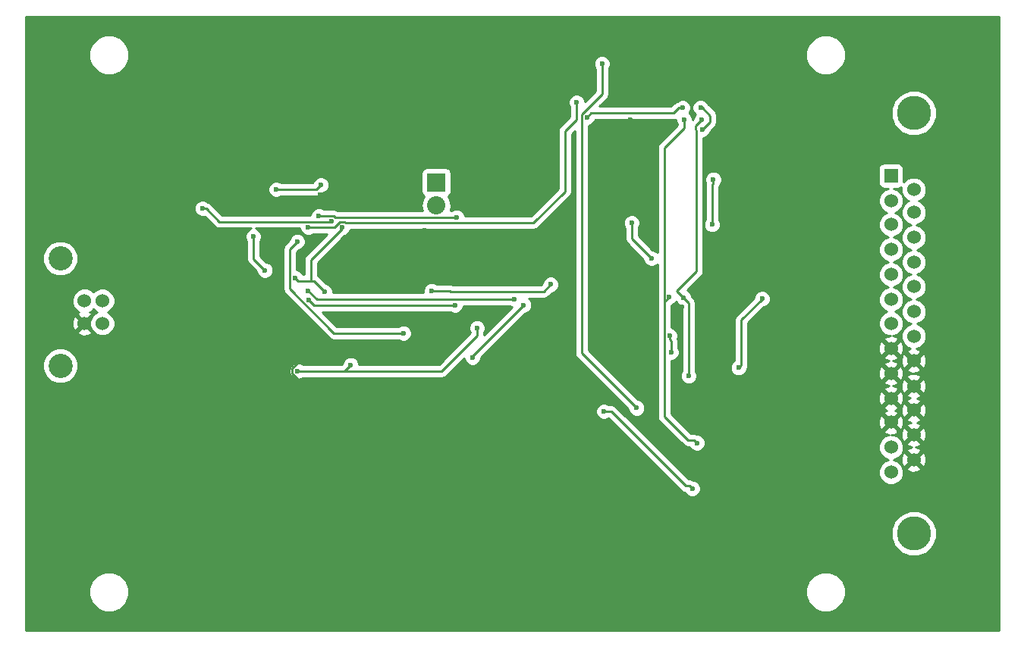
<source format=gbr>
G04 #@! TF.FileFunction,Copper,L2,Bot,Signal*
%FSLAX46Y46*%
G04 Gerber Fmt 4.6, Leading zero omitted, Abs format (unit mm)*
G04 Created by KiCad (PCBNEW 4.0.1-stable) date 08/04/2016 12:11:11*
%MOMM*%
G01*
G04 APERTURE LIST*
%ADD10C,0.100000*%
%ADD11C,1.524000*%
%ADD12C,2.700020*%
%ADD13C,3.810000*%
%ADD14R,1.524000X1.524000*%
%ADD15R,2.032000X2.032000*%
%ADD16O,2.032000X2.032000*%
%ADD17C,0.600000*%
%ADD18C,0.250000*%
%ADD19C,0.450000*%
%ADD20C,0.254000*%
G04 APERTURE END LIST*
D10*
D11*
X169274000Y-92460000D03*
X169274000Y-95000000D03*
X167275020Y-95000000D03*
X167275020Y-92460000D03*
D12*
X164575000Y-87730520D03*
X164575000Y-99729480D03*
D13*
X259820000Y-118495000D03*
X259820000Y-71505000D03*
D14*
X257280000Y-78490000D03*
D11*
X257280000Y-81284000D03*
X257280000Y-83951000D03*
X257280000Y-86745000D03*
X257280000Y-89539000D03*
X257280000Y-92333000D03*
X257280000Y-95000000D03*
X257280000Y-97794000D03*
X257280000Y-100588000D03*
X257280000Y-103382000D03*
X257280000Y-106049000D03*
X257280000Y-108843000D03*
X257280000Y-111637000D03*
X259820000Y-80064800D03*
X259820000Y-82604800D03*
X259820000Y-85398800D03*
X259820000Y-88142000D03*
X259820000Y-90885200D03*
X259820000Y-93679200D03*
X259820000Y-96422400D03*
X259820000Y-99165600D03*
X259820000Y-102010400D03*
X259820000Y-104702800D03*
X259820000Y-107446000D03*
X259820000Y-110240000D03*
D15*
X206525000Y-79235000D03*
D16*
X206525000Y-81775000D03*
D17*
X232525000Y-92050000D03*
X235625000Y-108350000D03*
X234200000Y-72225000D03*
X234150000Y-92150000D03*
X234700000Y-100875000D03*
X236150000Y-72275000D03*
X210575000Y-98800000D03*
X216275000Y-92950000D03*
X202875000Y-96100000D03*
X191025000Y-85850000D03*
X196975000Y-99650000D03*
X191050000Y-100325000D03*
X211100000Y-95500000D03*
X221975000Y-118150000D03*
X189625000Y-92850000D03*
X172275000Y-103400000D03*
X218775000Y-94100000D03*
X190575000Y-78100000D03*
X193575000Y-80600000D03*
X237725000Y-67300000D03*
X208675000Y-108200000D03*
X208425000Y-114600000D03*
X243925000Y-91400000D03*
X246775000Y-113300000D03*
X224675000Y-93100000D03*
X200450000Y-71175000D03*
X186150000Y-71175000D03*
X199175000Y-84874990D03*
X205225000Y-84600000D03*
X190175000Y-84500000D03*
X191525000Y-97200000D03*
X194575000Y-97250000D03*
X233975000Y-93150000D03*
X228225000Y-113125000D03*
X224250000Y-111675000D03*
X240850000Y-107250000D03*
X210525000Y-85150000D03*
X208000000Y-94725000D03*
X192850000Y-116075000D03*
X187350000Y-116125000D03*
X228200000Y-72250000D03*
X197325000Y-80550000D03*
X182475000Y-103825000D03*
X184950000Y-86925000D03*
X242350000Y-72275000D03*
X196025000Y-84300000D03*
X194075000Y-91475000D03*
X190800000Y-89950000D03*
X186125000Y-85300000D03*
X187400000Y-89050000D03*
X223375000Y-71950000D03*
X234025000Y-70900000D03*
X193666349Y-79516349D03*
X188675000Y-80025000D03*
X194825000Y-83600000D03*
X180425000Y-82150000D03*
X230550000Y-87725000D03*
X228350000Y-83750000D03*
X242900000Y-92250000D03*
X240275000Y-99950010D03*
X232750000Y-98225000D03*
X232600000Y-96375000D03*
X228900000Y-104450000D03*
X225025000Y-65975000D03*
X236025000Y-70900000D03*
X236224981Y-73331567D03*
X193424990Y-82999990D03*
X208800001Y-83124999D03*
X237325000Y-83950000D03*
X237462660Y-78912340D03*
X222200000Y-70300000D03*
X192250000Y-84250010D03*
X208625000Y-92950010D03*
X192300000Y-92350000D03*
X225225000Y-104825000D03*
X235104449Y-113454449D03*
X206025000Y-91350000D03*
X219300000Y-90650000D03*
X215225000Y-92275000D03*
X192250000Y-91350000D03*
D18*
X231974999Y-92600001D02*
X231974999Y-75375001D01*
X231974999Y-75375001D02*
X234200000Y-73150000D01*
X234625001Y-108050001D02*
X231974999Y-105399999D01*
X231974999Y-105399999D02*
X231974999Y-92600001D01*
X231974999Y-92600001D02*
X232525000Y-92050000D01*
X235625000Y-108350000D02*
X235325001Y-108050001D01*
X235325001Y-108050001D02*
X234625001Y-108050001D01*
X234200000Y-73150000D02*
X233900000Y-73450000D01*
X234200000Y-72225000D02*
X234200000Y-73150000D01*
X233375000Y-91375000D02*
X235599980Y-89150020D01*
X235599980Y-73424980D02*
X235500000Y-73325000D01*
X235599980Y-89150020D02*
X235599980Y-73424980D01*
X234150000Y-92150000D02*
X233375000Y-91375000D01*
X234700000Y-100875000D02*
X234700000Y-92700000D01*
X234700000Y-92700000D02*
X234150000Y-92150000D01*
X235500000Y-72925000D02*
X235500000Y-73325000D01*
X236150000Y-72275000D02*
X235500000Y-72925000D01*
X210575000Y-98650000D02*
X210575000Y-98800000D01*
X216275000Y-92950000D02*
X210575000Y-98650000D01*
X191025000Y-85850000D02*
X190174999Y-86700001D01*
X190174999Y-86700001D02*
X190174999Y-91150001D01*
X190174999Y-91150001D02*
X195124998Y-96100000D01*
X195124998Y-96100000D02*
X202875000Y-96100000D01*
X207150000Y-100325000D02*
X195975000Y-100325000D01*
X195975000Y-100325000D02*
X191050000Y-100325000D01*
X196975000Y-99650000D02*
X196300000Y-100325000D01*
X196300000Y-100325000D02*
X195975000Y-100325000D01*
X211100000Y-96375000D02*
X207150000Y-100325000D01*
X211100000Y-95500000D02*
X211100000Y-96375000D01*
X221975000Y-118150000D02*
X221975000Y-118650000D01*
X208725000Y-95650000D02*
X208725000Y-95850000D01*
X208725000Y-95450000D02*
X208725000Y-95650000D01*
X208725000Y-95650000D02*
X207125000Y-97250000D01*
X207125000Y-97250000D02*
X194575000Y-97250000D01*
X191625000Y-101825002D02*
X190424999Y-100625001D01*
X191625000Y-101825002D02*
X184474998Y-101825002D01*
X197999998Y-108200000D02*
X191625000Y-101825002D01*
X184474998Y-101825002D02*
X182475000Y-103825000D01*
X190424999Y-100024999D02*
X191999998Y-98450000D01*
X191999998Y-98450000D02*
X193199998Y-97250000D01*
X191525000Y-97200000D02*
X191525000Y-97624264D01*
X191525000Y-97624264D02*
X191999998Y-98099262D01*
X191999998Y-98099262D02*
X191999998Y-98450000D01*
X208675000Y-108200000D02*
X197999998Y-108200000D01*
X190424999Y-100625001D02*
X190424999Y-100024999D01*
X193199998Y-97250000D02*
X194150736Y-97250000D01*
X194150736Y-97250000D02*
X194575000Y-97250000D01*
X208675000Y-108200000D02*
X208675000Y-107775736D01*
X208675000Y-107775736D02*
X208825000Y-107625736D01*
X208000000Y-94725000D02*
X208725000Y-95450000D01*
X228200000Y-72250000D02*
X228200000Y-72674264D01*
X228200000Y-72674264D02*
X228125000Y-72749264D01*
X242350000Y-72275000D02*
X242350000Y-72699264D01*
X242350000Y-72699264D02*
X242525000Y-72874264D01*
X243925000Y-91400000D02*
X244375000Y-91850000D01*
X233975000Y-93150000D02*
X233550736Y-93150000D01*
X233550736Y-93150000D02*
X233375000Y-93325736D01*
X218775000Y-94100000D02*
X218075000Y-94100000D01*
X224675000Y-93100000D02*
X224675000Y-93524264D01*
X224675000Y-93524264D02*
X224525000Y-93674264D01*
X200450000Y-71175000D02*
X200450000Y-70750736D01*
X200450000Y-70750736D02*
X200375000Y-70675736D01*
X186175000Y-70725736D02*
X186175000Y-70400000D01*
X186150000Y-71175000D02*
X186150000Y-70750736D01*
X186150000Y-70750736D02*
X186175000Y-70725736D01*
X193625000Y-81074264D02*
X193625000Y-81200000D01*
X193575000Y-80600000D02*
X193575000Y-81024264D01*
X193575000Y-81024264D02*
X193625000Y-81074264D01*
X198275000Y-80450000D02*
X198375000Y-80550000D01*
X198175000Y-80550000D02*
X198275000Y-80450000D01*
X197325000Y-80550000D02*
X198175000Y-80550000D01*
X190100736Y-78050000D02*
X189775000Y-78050000D01*
X190575000Y-78100000D02*
X190150736Y-78100000D01*
X190150736Y-78100000D02*
X190100736Y-78050000D01*
X184950000Y-86925000D02*
X184475000Y-86450000D01*
X190175000Y-84924264D02*
X190175000Y-85100000D01*
X190175000Y-84500000D02*
X190175000Y-84924264D01*
X189975000Y-92450000D02*
X189975000Y-92100000D01*
X189924999Y-92500001D02*
X189975000Y-92450000D01*
X189625000Y-92850000D02*
X189924999Y-92550001D01*
X189924999Y-92550001D02*
X189924999Y-92500001D01*
X198675746Y-84800000D02*
X198425000Y-84800000D01*
X199175000Y-84874990D02*
X198750736Y-84874990D01*
X198750736Y-84874990D02*
X198675746Y-84800000D01*
X172275000Y-103400000D02*
X172275000Y-103824264D01*
X172275000Y-103824264D02*
X172375000Y-103924264D01*
D19*
X242350000Y-72275000D02*
X242774264Y-72275000D01*
D18*
X192525000Y-87900000D02*
X196025000Y-84400000D01*
X196025000Y-84400000D02*
X196025000Y-84300000D01*
X192525000Y-90249999D02*
X192849999Y-90249999D01*
X191099999Y-90249999D02*
X192525000Y-90249999D01*
X192525000Y-90249999D02*
X192525000Y-87900000D01*
X192849999Y-90249999D02*
X194075000Y-91475000D01*
X190800000Y-89950000D02*
X191099999Y-90249999D01*
X187400000Y-89050000D02*
X186125000Y-87775000D01*
X186125000Y-87775000D02*
X186125000Y-85300000D01*
X233000736Y-71500000D02*
X223825000Y-71500000D01*
X223825000Y-71500000D02*
X223375000Y-71950000D01*
X234025000Y-70900000D02*
X233600736Y-70900000D01*
X233600736Y-70900000D02*
X233000736Y-71500000D01*
X188675000Y-80025000D02*
X193157698Y-80025000D01*
X193157698Y-80025000D02*
X193666349Y-79516349D01*
X182324264Y-83625000D02*
X194800000Y-83625000D01*
X194800000Y-83625000D02*
X194825000Y-83600000D01*
X180425000Y-82150000D02*
X180849264Y-82150000D01*
X180849264Y-82150000D02*
X182324264Y-83625000D01*
X228350000Y-83750000D02*
X228350000Y-85525000D01*
X228350000Y-85525000D02*
X230550000Y-87725000D01*
X240574999Y-94600001D02*
X242900000Y-92275000D01*
X242900000Y-92275000D02*
X242900000Y-92250000D01*
X240275000Y-99950010D02*
X240574999Y-99650011D01*
X240574999Y-99650011D02*
X240574999Y-94600001D01*
X232750000Y-96949264D02*
X232750000Y-98225000D01*
X232600000Y-96375000D02*
X232600000Y-96799264D01*
X232600000Y-96799264D02*
X232750000Y-96949264D01*
X225025000Y-65975000D02*
X225025000Y-69374998D01*
X225025000Y-69374998D02*
X222749999Y-71649999D01*
X222749999Y-71649999D02*
X222749999Y-98299999D01*
X222749999Y-98299999D02*
X228900000Y-104450000D01*
X237100000Y-71800000D02*
X236200000Y-70900000D01*
X236200000Y-70900000D02*
X236025000Y-70900000D01*
X237100000Y-72456548D02*
X237100000Y-71800000D01*
X236224981Y-73331567D02*
X237100000Y-72456548D01*
X208800001Y-83124999D02*
X195275001Y-83124999D01*
X195275001Y-83124999D02*
X195125001Y-82974999D01*
X195125001Y-82974999D02*
X193449981Y-82974999D01*
X193449981Y-82974999D02*
X193424990Y-82999990D01*
X237300000Y-79499264D02*
X237300000Y-83925000D01*
X237300000Y-83925000D02*
X237325000Y-83950000D01*
X237462660Y-78912340D02*
X237462660Y-79336604D01*
X237462660Y-79336604D02*
X237300000Y-79499264D01*
X220875000Y-80250000D02*
X220875000Y-73524998D01*
X220875000Y-73524998D02*
X222200000Y-72199998D01*
X222200000Y-72199998D02*
X222200000Y-70300000D01*
X217374991Y-83750009D02*
X220875000Y-80250000D01*
X216775000Y-83750009D02*
X217374991Y-83750009D01*
X192250000Y-84250010D02*
X195149988Y-84250010D01*
X196325001Y-83674999D02*
X196400011Y-83750009D01*
X195149988Y-84250010D02*
X195724999Y-83674999D01*
X195724999Y-83674999D02*
X196325001Y-83674999D01*
X196400011Y-83750009D02*
X216775000Y-83750009D01*
X192300000Y-92350000D02*
X192900010Y-92950010D01*
X192900010Y-92950010D02*
X208625000Y-92950010D01*
X234404450Y-113154450D02*
X226075000Y-104825000D01*
X226075000Y-104825000D02*
X225225000Y-104825000D01*
X235104449Y-113454449D02*
X234804450Y-113154450D01*
X234804450Y-113154450D02*
X234404450Y-113154450D01*
X208125000Y-91450000D02*
X208025000Y-91350000D01*
X208025000Y-91350000D02*
X206025000Y-91350000D01*
X219300000Y-90650000D02*
X218500000Y-91450000D01*
X218500000Y-91450000D02*
X208125000Y-91450000D01*
X192250000Y-91350000D02*
X193225000Y-92325000D01*
X193225000Y-92325000D02*
X215175000Y-92325000D01*
X215175000Y-92325000D02*
X215225000Y-92275000D01*
D20*
G36*
X269315000Y-129315000D02*
X160685000Y-129315000D01*
X160685000Y-125442619D01*
X167764613Y-125442619D01*
X168104155Y-126264372D01*
X168732321Y-126893636D01*
X169553481Y-127234611D01*
X170442619Y-127235387D01*
X171264372Y-126895845D01*
X171893636Y-126267679D01*
X172234611Y-125446519D01*
X172234614Y-125442619D01*
X247764613Y-125442619D01*
X248104155Y-126264372D01*
X248732321Y-126893636D01*
X249553481Y-127234611D01*
X250442619Y-127235387D01*
X251264372Y-126895845D01*
X251893636Y-126267679D01*
X252234611Y-125446519D01*
X252235387Y-124557381D01*
X251895845Y-123735628D01*
X251267679Y-123106364D01*
X250446519Y-122765389D01*
X249557381Y-122764613D01*
X248735628Y-123104155D01*
X248106364Y-123732321D01*
X247765389Y-124553481D01*
X247764613Y-125442619D01*
X172234614Y-125442619D01*
X172235387Y-124557381D01*
X171895845Y-123735628D01*
X171267679Y-123106364D01*
X170446519Y-122765389D01*
X169557381Y-122764613D01*
X168735628Y-123104155D01*
X168106364Y-123732321D01*
X167765389Y-124553481D01*
X167764613Y-125442619D01*
X160685000Y-125442619D01*
X160685000Y-118998021D01*
X257279560Y-118998021D01*
X257665437Y-119931915D01*
X258379327Y-120647052D01*
X259312546Y-121034559D01*
X260323021Y-121035440D01*
X261256915Y-120649563D01*
X261972052Y-119935673D01*
X262359559Y-119002454D01*
X262360440Y-117991979D01*
X261974563Y-117058085D01*
X261260673Y-116342948D01*
X260327454Y-115955441D01*
X259316979Y-115954560D01*
X258383085Y-116340437D01*
X257667948Y-117054327D01*
X257280441Y-117987546D01*
X257279560Y-118998021D01*
X160685000Y-118998021D01*
X160685000Y-105010167D01*
X224289838Y-105010167D01*
X224431883Y-105353943D01*
X224694673Y-105617192D01*
X225038201Y-105759838D01*
X225410167Y-105760162D01*
X225753943Y-105618117D01*
X225773646Y-105598448D01*
X233867049Y-113691851D01*
X234113611Y-113856598D01*
X234271956Y-113888095D01*
X234311332Y-113983392D01*
X234574122Y-114246641D01*
X234917650Y-114389287D01*
X235289616Y-114389611D01*
X235633392Y-114247566D01*
X235896641Y-113984776D01*
X236039287Y-113641248D01*
X236039611Y-113269282D01*
X235897566Y-112925506D01*
X235634776Y-112662257D01*
X235291248Y-112519611D01*
X235195900Y-112519528D01*
X235095289Y-112452302D01*
X234804450Y-112394450D01*
X234719252Y-112394450D01*
X226612401Y-104287599D01*
X226365839Y-104122852D01*
X226075000Y-104065000D01*
X225787463Y-104065000D01*
X225755327Y-104032808D01*
X225411799Y-103890162D01*
X225039833Y-103889838D01*
X224696057Y-104031883D01*
X224432808Y-104294673D01*
X224290162Y-104638201D01*
X224289838Y-105010167D01*
X160685000Y-105010167D01*
X160685000Y-100122591D01*
X162589646Y-100122591D01*
X162891209Y-100852429D01*
X163449114Y-101411309D01*
X164178425Y-101714145D01*
X164968111Y-101714834D01*
X165697949Y-101413271D01*
X166256829Y-100855366D01*
X166559665Y-100126055D01*
X166560354Y-99336369D01*
X166258791Y-98606531D01*
X165700886Y-98047651D01*
X164971575Y-97744815D01*
X164181889Y-97744126D01*
X163452051Y-98045689D01*
X162893171Y-98603594D01*
X162590335Y-99332905D01*
X162589646Y-100122591D01*
X160685000Y-100122591D01*
X160685000Y-95980213D01*
X166474412Y-95980213D01*
X166543877Y-96222397D01*
X167067322Y-96409144D01*
X167622388Y-96381362D01*
X168006163Y-96222397D01*
X168075628Y-95980213D01*
X167275020Y-95179605D01*
X166474412Y-95980213D01*
X160685000Y-95980213D01*
X160685000Y-94792302D01*
X165865876Y-94792302D01*
X165893658Y-95347368D01*
X166052623Y-95731143D01*
X166294807Y-95800608D01*
X167095415Y-95000000D01*
X166294807Y-94199392D01*
X166052623Y-94268857D01*
X165865876Y-94792302D01*
X160685000Y-94792302D01*
X160685000Y-92736661D01*
X165877778Y-92736661D01*
X166090010Y-93250303D01*
X166482650Y-93643629D01*
X166674747Y-93723395D01*
X166543877Y-93777603D01*
X166474412Y-94019787D01*
X167275020Y-94820395D01*
X168075628Y-94019787D01*
X168006163Y-93777603D01*
X167865702Y-93727491D01*
X168065323Y-93645010D01*
X168274530Y-93436168D01*
X168481630Y-93643629D01*
X168689512Y-93729949D01*
X168483697Y-93814990D01*
X168090371Y-94207630D01*
X167979154Y-94475471D01*
X167454625Y-95000000D01*
X167979189Y-95524564D01*
X168088990Y-95790303D01*
X168481630Y-96183629D01*
X168994900Y-96396757D01*
X169550661Y-96397242D01*
X170064303Y-96185010D01*
X170457629Y-95792370D01*
X170670757Y-95279100D01*
X170671242Y-94723339D01*
X170459010Y-94209697D01*
X170066370Y-93816371D01*
X169858488Y-93730051D01*
X170064303Y-93645010D01*
X170457629Y-93252370D01*
X170670757Y-92739100D01*
X170671242Y-92183339D01*
X170459010Y-91669697D01*
X170066370Y-91276371D01*
X169553100Y-91063243D01*
X168997339Y-91062758D01*
X168483697Y-91274990D01*
X168274490Y-91483832D01*
X168067390Y-91276371D01*
X167554120Y-91063243D01*
X166998359Y-91062758D01*
X166484717Y-91274990D01*
X166091391Y-91667630D01*
X165878263Y-92180900D01*
X165877778Y-92736661D01*
X160685000Y-92736661D01*
X160685000Y-88123631D01*
X162589646Y-88123631D01*
X162891209Y-88853469D01*
X163449114Y-89412349D01*
X164178425Y-89715185D01*
X164968111Y-89715874D01*
X165697949Y-89414311D01*
X166256829Y-88856406D01*
X166559665Y-88127095D01*
X166560354Y-87337409D01*
X166258791Y-86607571D01*
X165700886Y-86048691D01*
X164971575Y-85745855D01*
X164181889Y-85745166D01*
X163452051Y-86046729D01*
X162893171Y-86604634D01*
X162590335Y-87333945D01*
X162589646Y-88123631D01*
X160685000Y-88123631D01*
X160685000Y-82335167D01*
X179489838Y-82335167D01*
X179631883Y-82678943D01*
X179894673Y-82942192D01*
X180238201Y-83084838D01*
X180610167Y-83085162D01*
X180680545Y-83056083D01*
X181786863Y-84162401D01*
X182033425Y-84327148D01*
X182324264Y-84385000D01*
X185891037Y-84385000D01*
X185596057Y-84506883D01*
X185332808Y-84769673D01*
X185190162Y-85113201D01*
X185189838Y-85485167D01*
X185331883Y-85828943D01*
X185365000Y-85862118D01*
X185365000Y-87775000D01*
X185422852Y-88065839D01*
X185587599Y-88312401D01*
X186464878Y-89189680D01*
X186464838Y-89235167D01*
X186606883Y-89578943D01*
X186869673Y-89842192D01*
X187213201Y-89984838D01*
X187585167Y-89985162D01*
X187928943Y-89843117D01*
X188192192Y-89580327D01*
X188334838Y-89236799D01*
X188335162Y-88864833D01*
X188193117Y-88521057D01*
X187930327Y-88257808D01*
X187586799Y-88115162D01*
X187539923Y-88115121D01*
X186885000Y-87460198D01*
X186885000Y-85862463D01*
X186917192Y-85830327D01*
X187059838Y-85486799D01*
X187060162Y-85114833D01*
X186918117Y-84771057D01*
X186655327Y-84507808D01*
X186359574Y-84385000D01*
X191314882Y-84385000D01*
X191314838Y-84435177D01*
X191456883Y-84778953D01*
X191719673Y-85042202D01*
X192063201Y-85184848D01*
X192435167Y-85185172D01*
X192778943Y-85043127D01*
X192812118Y-85010010D01*
X194340188Y-85010010D01*
X191987599Y-87362599D01*
X191822852Y-87609161D01*
X191765000Y-87900000D01*
X191765000Y-89489999D01*
X191621603Y-89489999D01*
X191593117Y-89421057D01*
X191330327Y-89157808D01*
X190986799Y-89015162D01*
X190934999Y-89015117D01*
X190934999Y-87014803D01*
X191164680Y-86785122D01*
X191210167Y-86785162D01*
X191553943Y-86643117D01*
X191817192Y-86380327D01*
X191959838Y-86036799D01*
X191960162Y-85664833D01*
X191818117Y-85321057D01*
X191555327Y-85057808D01*
X191211799Y-84915162D01*
X190839833Y-84914838D01*
X190496057Y-85056883D01*
X190232808Y-85319673D01*
X190090162Y-85663201D01*
X190090121Y-85710077D01*
X189637598Y-86162600D01*
X189472851Y-86409162D01*
X189414999Y-86700001D01*
X189414999Y-91150001D01*
X189472851Y-91440840D01*
X189637598Y-91687402D01*
X194587597Y-96637401D01*
X194834159Y-96802148D01*
X195124998Y-96860000D01*
X202312537Y-96860000D01*
X202344673Y-96892192D01*
X202688201Y-97034838D01*
X203060167Y-97035162D01*
X203403943Y-96893117D01*
X203667192Y-96630327D01*
X203809838Y-96286799D01*
X203810162Y-95914833D01*
X203668117Y-95571057D01*
X203405327Y-95307808D01*
X203061799Y-95165162D01*
X202689833Y-95164838D01*
X202346057Y-95306883D01*
X202312882Y-95340000D01*
X195439800Y-95340000D01*
X193809810Y-93710010D01*
X208062537Y-93710010D01*
X208094673Y-93742202D01*
X208438201Y-93884848D01*
X208810167Y-93885172D01*
X209153943Y-93743127D01*
X209417192Y-93480337D01*
X209559838Y-93136809D01*
X209559883Y-93085000D01*
X214737559Y-93085000D01*
X214969067Y-93181131D01*
X211860000Y-96290198D01*
X211860000Y-96062463D01*
X211892192Y-96030327D01*
X212034838Y-95686799D01*
X212035162Y-95314833D01*
X211893117Y-94971057D01*
X211630327Y-94707808D01*
X211286799Y-94565162D01*
X210914833Y-94564838D01*
X210571057Y-94706883D01*
X210307808Y-94969673D01*
X210165162Y-95313201D01*
X210164838Y-95685167D01*
X210306883Y-96028943D01*
X210339041Y-96061157D01*
X206835198Y-99565000D01*
X197910075Y-99565000D01*
X197910162Y-99464833D01*
X197768117Y-99121057D01*
X197505327Y-98857808D01*
X197161799Y-98715162D01*
X196789833Y-98714838D01*
X196446057Y-98856883D01*
X196182808Y-99119673D01*
X196040162Y-99463201D01*
X196040121Y-99510077D01*
X195985198Y-99565000D01*
X191612463Y-99565000D01*
X191580327Y-99532808D01*
X191236799Y-99390162D01*
X190864833Y-99389838D01*
X190521057Y-99531883D01*
X190257808Y-99794673D01*
X190115162Y-100138201D01*
X190114838Y-100510167D01*
X190256883Y-100853943D01*
X190519673Y-101117192D01*
X190863201Y-101259838D01*
X191235167Y-101260162D01*
X191578943Y-101118117D01*
X191612118Y-101085000D01*
X207150000Y-101085000D01*
X207440839Y-101027148D01*
X207687401Y-100862401D01*
X209639904Y-98909898D01*
X209639838Y-98985167D01*
X209781883Y-99328943D01*
X210044673Y-99592192D01*
X210388201Y-99734838D01*
X210760167Y-99735162D01*
X211103943Y-99593117D01*
X211367192Y-99330327D01*
X211509838Y-98986799D01*
X211510010Y-98789792D01*
X216414680Y-93885122D01*
X216460167Y-93885162D01*
X216803943Y-93743117D01*
X217067192Y-93480327D01*
X217209838Y-93136799D01*
X217210162Y-92764833D01*
X217068117Y-92421057D01*
X216857428Y-92210000D01*
X218500000Y-92210000D01*
X218790839Y-92152148D01*
X219037401Y-91987401D01*
X219439680Y-91585122D01*
X219485167Y-91585162D01*
X219828943Y-91443117D01*
X220092192Y-91180327D01*
X220234838Y-90836799D01*
X220235162Y-90464833D01*
X220093117Y-90121057D01*
X219830327Y-89857808D01*
X219486799Y-89715162D01*
X219114833Y-89714838D01*
X218771057Y-89856883D01*
X218507808Y-90119673D01*
X218365162Y-90463201D01*
X218365121Y-90510077D01*
X218185198Y-90690000D01*
X208378918Y-90690000D01*
X208315839Y-90647852D01*
X208025000Y-90590000D01*
X206587463Y-90590000D01*
X206555327Y-90557808D01*
X206211799Y-90415162D01*
X205839833Y-90414838D01*
X205496057Y-90556883D01*
X205232808Y-90819673D01*
X205090162Y-91163201D01*
X205089838Y-91535167D01*
X205102165Y-91565000D01*
X195009922Y-91565000D01*
X195010162Y-91289833D01*
X194868117Y-90946057D01*
X194605327Y-90682808D01*
X194261799Y-90540162D01*
X194214923Y-90540121D01*
X193387400Y-89712598D01*
X193285000Y-89644177D01*
X193285000Y-88214802D01*
X196302996Y-85196806D01*
X196553943Y-85093117D01*
X196817192Y-84830327D01*
X196950200Y-84510009D01*
X217374991Y-84510009D01*
X217665830Y-84452157D01*
X217912392Y-84287410D01*
X221412401Y-80787401D01*
X221577148Y-80540840D01*
X221635000Y-80250000D01*
X221635000Y-73839800D01*
X221989999Y-73484801D01*
X221989999Y-98299999D01*
X222047851Y-98590838D01*
X222212598Y-98837400D01*
X227964878Y-104589680D01*
X227964838Y-104635167D01*
X228106883Y-104978943D01*
X228369673Y-105242192D01*
X228713201Y-105384838D01*
X229085167Y-105385162D01*
X229428943Y-105243117D01*
X229692192Y-104980327D01*
X229834838Y-104636799D01*
X229835162Y-104264833D01*
X229693117Y-103921057D01*
X229430327Y-103657808D01*
X229086799Y-103515162D01*
X229039923Y-103515121D01*
X223509999Y-97985197D01*
X223509999Y-72885118D01*
X223560167Y-72885162D01*
X223903943Y-72743117D01*
X224167192Y-72480327D01*
X224258680Y-72260000D01*
X233000736Y-72260000D01*
X233265015Y-72207431D01*
X233264838Y-72410167D01*
X233406883Y-72753943D01*
X233440000Y-72787118D01*
X233440000Y-72835198D01*
X231437598Y-74837600D01*
X231272851Y-75084162D01*
X231214999Y-75375001D01*
X231214999Y-87067715D01*
X231080327Y-86932808D01*
X230736799Y-86790162D01*
X230689923Y-86790121D01*
X229110000Y-85210198D01*
X229110000Y-84312463D01*
X229142192Y-84280327D01*
X229284838Y-83936799D01*
X229285162Y-83564833D01*
X229143117Y-83221057D01*
X228880327Y-82957808D01*
X228536799Y-82815162D01*
X228164833Y-82814838D01*
X227821057Y-82956883D01*
X227557808Y-83219673D01*
X227415162Y-83563201D01*
X227414838Y-83935167D01*
X227556883Y-84278943D01*
X227590000Y-84312118D01*
X227590000Y-85525000D01*
X227647852Y-85815839D01*
X227812599Y-86062401D01*
X229614878Y-87864680D01*
X229614838Y-87910167D01*
X229756883Y-88253943D01*
X230019673Y-88517192D01*
X230363201Y-88659838D01*
X230735167Y-88660162D01*
X231078943Y-88518117D01*
X231214999Y-88382298D01*
X231214999Y-105399999D01*
X231272851Y-105690838D01*
X231437598Y-105937400D01*
X234087600Y-108587402D01*
X234334162Y-108752149D01*
X234625001Y-108810001D01*
X234803397Y-108810001D01*
X234831883Y-108878943D01*
X235094673Y-109142192D01*
X235438201Y-109284838D01*
X235810167Y-109285162D01*
X236153943Y-109143117D01*
X236177439Y-109119661D01*
X255882758Y-109119661D01*
X256094990Y-109633303D01*
X256487630Y-110026629D01*
X257000900Y-110239757D01*
X257003336Y-110239759D01*
X256489697Y-110451990D01*
X256096371Y-110844630D01*
X255883243Y-111357900D01*
X255882758Y-111913661D01*
X256094990Y-112427303D01*
X256487630Y-112820629D01*
X257000900Y-113033757D01*
X257556661Y-113034242D01*
X258070303Y-112822010D01*
X258463629Y-112429370D01*
X258676757Y-111916100D01*
X258677242Y-111360339D01*
X258619344Y-111220213D01*
X259019392Y-111220213D01*
X259088857Y-111462397D01*
X259612302Y-111649144D01*
X260167368Y-111621362D01*
X260551143Y-111462397D01*
X260620608Y-111220213D01*
X259820000Y-110419605D01*
X259019392Y-111220213D01*
X258619344Y-111220213D01*
X258465010Y-110846697D01*
X258072370Y-110453371D01*
X257559100Y-110240243D01*
X257556664Y-110240241D01*
X258059915Y-110032302D01*
X258410856Y-110032302D01*
X258438638Y-110587368D01*
X258597603Y-110971143D01*
X258839787Y-111040608D01*
X259640395Y-110240000D01*
X259999605Y-110240000D01*
X260800213Y-111040608D01*
X261042397Y-110971143D01*
X261229144Y-110447698D01*
X261201362Y-109892632D01*
X261042397Y-109508857D01*
X260800213Y-109439392D01*
X259999605Y-110240000D01*
X259640395Y-110240000D01*
X258839787Y-109439392D01*
X258597603Y-109508857D01*
X258410856Y-110032302D01*
X258059915Y-110032302D01*
X258070303Y-110028010D01*
X258463629Y-109635370D01*
X258676757Y-109122100D01*
X258677242Y-108566339D01*
X258619344Y-108426213D01*
X259019392Y-108426213D01*
X259088857Y-108668397D01*
X259603707Y-108852077D01*
X259472632Y-108858638D01*
X259088857Y-109017603D01*
X259019392Y-109259787D01*
X259820000Y-110060395D01*
X260620608Y-109259787D01*
X260551143Y-109017603D01*
X260036293Y-108833923D01*
X260167368Y-108827362D01*
X260551143Y-108668397D01*
X260620608Y-108426213D01*
X259820000Y-107625605D01*
X259019392Y-108426213D01*
X258619344Y-108426213D01*
X258465010Y-108052697D01*
X258072370Y-107659371D01*
X257559100Y-107446243D01*
X257314344Y-107446029D01*
X257627368Y-107430362D01*
X258011143Y-107271397D01*
X258020635Y-107238302D01*
X258410856Y-107238302D01*
X258438638Y-107793368D01*
X258597603Y-108177143D01*
X258839787Y-108246608D01*
X259640395Y-107446000D01*
X259999605Y-107446000D01*
X260800213Y-108246608D01*
X261042397Y-108177143D01*
X261229144Y-107653698D01*
X261201362Y-107098632D01*
X261042397Y-106714857D01*
X260800213Y-106645392D01*
X259999605Y-107446000D01*
X259640395Y-107446000D01*
X258839787Y-106645392D01*
X258597603Y-106714857D01*
X258410856Y-107238302D01*
X258020635Y-107238302D01*
X258080608Y-107029213D01*
X257280000Y-106228605D01*
X256479392Y-107029213D01*
X256548857Y-107271397D01*
X257037668Y-107445788D01*
X257003339Y-107445758D01*
X256489697Y-107657990D01*
X256096371Y-108050630D01*
X255883243Y-108563900D01*
X255882758Y-109119661D01*
X236177439Y-109119661D01*
X236417192Y-108880327D01*
X236559838Y-108536799D01*
X236560162Y-108164833D01*
X236418117Y-107821057D01*
X236155327Y-107557808D01*
X235811799Y-107415162D01*
X235716451Y-107415079D01*
X235615840Y-107347853D01*
X235325001Y-107290001D01*
X234939803Y-107290001D01*
X233491104Y-105841302D01*
X255870856Y-105841302D01*
X255898638Y-106396368D01*
X256057603Y-106780143D01*
X256299787Y-106849608D01*
X257100395Y-106049000D01*
X257459605Y-106049000D01*
X258260213Y-106849608D01*
X258502397Y-106780143D01*
X258689144Y-106256698D01*
X258661362Y-105701632D01*
X258653650Y-105683013D01*
X259019392Y-105683013D01*
X259088857Y-105925197D01*
X259478835Y-106064328D01*
X259472632Y-106064638D01*
X259088857Y-106223603D01*
X259019392Y-106465787D01*
X259820000Y-107266395D01*
X260620608Y-106465787D01*
X260551143Y-106223603D01*
X260161165Y-106084472D01*
X260167368Y-106084162D01*
X260551143Y-105925197D01*
X260620608Y-105683013D01*
X259820000Y-104882405D01*
X259019392Y-105683013D01*
X258653650Y-105683013D01*
X258502397Y-105317857D01*
X258260213Y-105248392D01*
X257459605Y-106049000D01*
X257100395Y-106049000D01*
X256299787Y-105248392D01*
X256057603Y-105317857D01*
X255870856Y-105841302D01*
X233491104Y-105841302D01*
X232734999Y-105085197D01*
X232734999Y-104362213D01*
X256479392Y-104362213D01*
X256548857Y-104604397D01*
X256837070Y-104707221D01*
X256548857Y-104826603D01*
X256479392Y-105068787D01*
X257280000Y-105869395D01*
X258080608Y-105068787D01*
X258011143Y-104826603D01*
X257722930Y-104723779D01*
X258011143Y-104604397D01*
X258042491Y-104495102D01*
X258410856Y-104495102D01*
X258438638Y-105050168D01*
X258597603Y-105433943D01*
X258839787Y-105503408D01*
X259640395Y-104702800D01*
X259999605Y-104702800D01*
X260800213Y-105503408D01*
X261042397Y-105433943D01*
X261229144Y-104910498D01*
X261201362Y-104355432D01*
X261042397Y-103971657D01*
X260800213Y-103902192D01*
X259999605Y-104702800D01*
X259640395Y-104702800D01*
X258839787Y-103902192D01*
X258597603Y-103971657D01*
X258410856Y-104495102D01*
X258042491Y-104495102D01*
X258080608Y-104362213D01*
X257280000Y-103561605D01*
X256479392Y-104362213D01*
X232734999Y-104362213D01*
X232734999Y-103174302D01*
X255870856Y-103174302D01*
X255898638Y-103729368D01*
X256057603Y-104113143D01*
X256299787Y-104182608D01*
X257100395Y-103382000D01*
X257459605Y-103382000D01*
X258260213Y-104182608D01*
X258502397Y-104113143D01*
X258689144Y-103589698D01*
X258661362Y-103034632D01*
X258643129Y-102990613D01*
X259019392Y-102990613D01*
X259088857Y-103232797D01*
X259410015Y-103347375D01*
X259088857Y-103480403D01*
X259019392Y-103722587D01*
X259820000Y-104523195D01*
X260620608Y-103722587D01*
X260551143Y-103480403D01*
X260229985Y-103365825D01*
X260551143Y-103232797D01*
X260620608Y-102990613D01*
X259820000Y-102190005D01*
X259019392Y-102990613D01*
X258643129Y-102990613D01*
X258502397Y-102650857D01*
X258260213Y-102581392D01*
X257459605Y-103382000D01*
X257100395Y-103382000D01*
X256299787Y-102581392D01*
X256057603Y-102650857D01*
X255870856Y-103174302D01*
X232734999Y-103174302D01*
X232734999Y-99159988D01*
X232935167Y-99160162D01*
X233278943Y-99018117D01*
X233542192Y-98755327D01*
X233684838Y-98411799D01*
X233685162Y-98039833D01*
X233543117Y-97696057D01*
X233510000Y-97662882D01*
X233510000Y-96949264D01*
X233465935Y-96727735D01*
X233534838Y-96561799D01*
X233535162Y-96189833D01*
X233393117Y-95846057D01*
X233130327Y-95582808D01*
X232786799Y-95440162D01*
X232734999Y-95440117D01*
X232734999Y-92974902D01*
X233053943Y-92843117D01*
X233316444Y-92581073D01*
X233356883Y-92678943D01*
X233619673Y-92942192D01*
X233940000Y-93075204D01*
X233940000Y-100312537D01*
X233907808Y-100344673D01*
X233765162Y-100688201D01*
X233764838Y-101060167D01*
X233906883Y-101403943D01*
X234169673Y-101667192D01*
X234513201Y-101809838D01*
X234885167Y-101810162D01*
X235228943Y-101668117D01*
X235329021Y-101568213D01*
X256479392Y-101568213D01*
X256548857Y-101810397D01*
X257063707Y-101994077D01*
X256932632Y-102000638D01*
X256548857Y-102159603D01*
X256479392Y-102401787D01*
X257280000Y-103202395D01*
X258080608Y-102401787D01*
X258011143Y-102159603D01*
X257496293Y-101975923D01*
X257627368Y-101969362D01*
X258011143Y-101810397D01*
X258013350Y-101802702D01*
X258410856Y-101802702D01*
X258438638Y-102357768D01*
X258597603Y-102741543D01*
X258839787Y-102811008D01*
X259640395Y-102010400D01*
X259999605Y-102010400D01*
X260800213Y-102811008D01*
X261042397Y-102741543D01*
X261229144Y-102218098D01*
X261201362Y-101663032D01*
X261042397Y-101279257D01*
X260800213Y-101209792D01*
X259999605Y-102010400D01*
X259640395Y-102010400D01*
X258839787Y-101209792D01*
X258597603Y-101279257D01*
X258410856Y-101802702D01*
X258013350Y-101802702D01*
X258080608Y-101568213D01*
X257280000Y-100767605D01*
X256479392Y-101568213D01*
X235329021Y-101568213D01*
X235492192Y-101405327D01*
X235634838Y-101061799D01*
X235635162Y-100689833D01*
X235493117Y-100346057D01*
X235460000Y-100312882D01*
X235460000Y-100135177D01*
X239339838Y-100135177D01*
X239481883Y-100478953D01*
X239744673Y-100742202D01*
X240088201Y-100884848D01*
X240460167Y-100885172D01*
X240803943Y-100743127D01*
X241067192Y-100480337D01*
X241108730Y-100380302D01*
X255870856Y-100380302D01*
X255898638Y-100935368D01*
X256057603Y-101319143D01*
X256299787Y-101388608D01*
X257100395Y-100588000D01*
X257459605Y-100588000D01*
X258260213Y-101388608D01*
X258502397Y-101319143D01*
X258605486Y-101030187D01*
X259019392Y-101030187D01*
X259820000Y-101830795D01*
X260620608Y-101030187D01*
X260551143Y-100788003D01*
X260027698Y-100601256D01*
X259472632Y-100629038D01*
X259088857Y-100788003D01*
X259019392Y-101030187D01*
X258605486Y-101030187D01*
X258689144Y-100795698D01*
X258661362Y-100240632D01*
X258622087Y-100145813D01*
X259019392Y-100145813D01*
X259088857Y-100387997D01*
X259612302Y-100574744D01*
X260167368Y-100546962D01*
X260551143Y-100387997D01*
X260620608Y-100145813D01*
X259820000Y-99345205D01*
X259019392Y-100145813D01*
X258622087Y-100145813D01*
X258502397Y-99856857D01*
X258260213Y-99787392D01*
X257459605Y-100588000D01*
X257100395Y-100588000D01*
X256299787Y-99787392D01*
X256057603Y-99856857D01*
X255870856Y-100380302D01*
X241108730Y-100380302D01*
X241209838Y-100136809D01*
X241209921Y-100041461D01*
X241277147Y-99940850D01*
X241334999Y-99650011D01*
X241334999Y-98774213D01*
X256479392Y-98774213D01*
X256548857Y-99016397D01*
X257063707Y-99200077D01*
X256932632Y-99206638D01*
X256548857Y-99365603D01*
X256479392Y-99607787D01*
X257280000Y-100408395D01*
X258080608Y-99607787D01*
X258011143Y-99365603D01*
X257496293Y-99181923D01*
X257627368Y-99175362D01*
X258011143Y-99016397D01*
X258027920Y-98957902D01*
X258410856Y-98957902D01*
X258438638Y-99512968D01*
X258597603Y-99896743D01*
X258839787Y-99966208D01*
X259640395Y-99165600D01*
X259999605Y-99165600D01*
X260800213Y-99966208D01*
X261042397Y-99896743D01*
X261229144Y-99373298D01*
X261201362Y-98818232D01*
X261042397Y-98434457D01*
X260800213Y-98364992D01*
X259999605Y-99165600D01*
X259640395Y-99165600D01*
X258839787Y-98364992D01*
X258597603Y-98434457D01*
X258410856Y-98957902D01*
X258027920Y-98957902D01*
X258080608Y-98774213D01*
X257280000Y-97973605D01*
X256479392Y-98774213D01*
X241334999Y-98774213D01*
X241334999Y-97586302D01*
X255870856Y-97586302D01*
X255898638Y-98141368D01*
X256057603Y-98525143D01*
X256299787Y-98594608D01*
X257100395Y-97794000D01*
X257459605Y-97794000D01*
X258260213Y-98594608D01*
X258502397Y-98525143D01*
X258689144Y-98001698D01*
X258661362Y-97446632D01*
X258502397Y-97062857D01*
X258260213Y-96993392D01*
X257459605Y-97794000D01*
X257100395Y-97794000D01*
X256299787Y-96993392D01*
X256057603Y-97062857D01*
X255870856Y-97586302D01*
X241334999Y-97586302D01*
X241334999Y-94914803D01*
X243064658Y-93185144D01*
X243085167Y-93185162D01*
X243428943Y-93043117D01*
X243692192Y-92780327D01*
X243834838Y-92436799D01*
X243835162Y-92064833D01*
X243693117Y-91721057D01*
X243430327Y-91457808D01*
X243086799Y-91315162D01*
X242714833Y-91314838D01*
X242371057Y-91456883D01*
X242107808Y-91719673D01*
X241965162Y-92063201D01*
X241965099Y-92135099D01*
X240037598Y-94062600D01*
X239872851Y-94309162D01*
X239814999Y-94600001D01*
X239814999Y-99128407D01*
X239746057Y-99156893D01*
X239482808Y-99419683D01*
X239340162Y-99763211D01*
X239339838Y-100135177D01*
X235460000Y-100135177D01*
X235460000Y-92700000D01*
X235402148Y-92409161D01*
X235402148Y-92409160D01*
X235237401Y-92162599D01*
X235085122Y-92010320D01*
X235085162Y-91964833D01*
X234943117Y-91621057D01*
X234680327Y-91357808D01*
X234529587Y-91295215D01*
X236137381Y-89687421D01*
X236302128Y-89440859D01*
X236359980Y-89150020D01*
X236359980Y-84135167D01*
X236389838Y-84135167D01*
X236531883Y-84478943D01*
X236794673Y-84742192D01*
X237138201Y-84884838D01*
X237510167Y-84885162D01*
X237853943Y-84743117D01*
X238117192Y-84480327D01*
X238259838Y-84136799D01*
X238260162Y-83764833D01*
X238118117Y-83421057D01*
X238060000Y-83362838D01*
X238060000Y-79784300D01*
X238164808Y-79627443D01*
X238188359Y-79509044D01*
X238254852Y-79442667D01*
X238397498Y-79099139D01*
X238397822Y-78727173D01*
X238255777Y-78383397D01*
X237992987Y-78120148D01*
X237649459Y-77977502D01*
X237277493Y-77977178D01*
X236933717Y-78119223D01*
X236670468Y-78382013D01*
X236527822Y-78725541D01*
X236527498Y-79097507D01*
X236589883Y-79248490D01*
X236540000Y-79499264D01*
X236540000Y-83412494D01*
X236532808Y-83419673D01*
X236390162Y-83763201D01*
X236389838Y-84135167D01*
X236359980Y-84135167D01*
X236359980Y-77728000D01*
X255870560Y-77728000D01*
X255870560Y-79252000D01*
X255914838Y-79487317D01*
X256053910Y-79703441D01*
X256266110Y-79848431D01*
X256518000Y-79899440D01*
X256972646Y-79899440D01*
X256489697Y-80098990D01*
X256096371Y-80491630D01*
X255883243Y-81004900D01*
X255882758Y-81560661D01*
X256094990Y-82074303D01*
X256487630Y-82467629D01*
X256848815Y-82617606D01*
X256489697Y-82765990D01*
X256096371Y-83158630D01*
X255883243Y-83671900D01*
X255882758Y-84227661D01*
X256094990Y-84741303D01*
X256487630Y-85134629D01*
X257000900Y-85347757D01*
X257003336Y-85347759D01*
X256489697Y-85559990D01*
X256096371Y-85952630D01*
X255883243Y-86465900D01*
X255882758Y-87021661D01*
X256094990Y-87535303D01*
X256487630Y-87928629D01*
X257000900Y-88141757D01*
X257003336Y-88141759D01*
X256489697Y-88353990D01*
X256096371Y-88746630D01*
X255883243Y-89259900D01*
X255882758Y-89815661D01*
X256094990Y-90329303D01*
X256487630Y-90722629D01*
X257000900Y-90935757D01*
X257003336Y-90935759D01*
X256489697Y-91147990D01*
X256096371Y-91540630D01*
X255883243Y-92053900D01*
X255882758Y-92609661D01*
X256094990Y-93123303D01*
X256487630Y-93516629D01*
X256848815Y-93666606D01*
X256489697Y-93814990D01*
X256096371Y-94207630D01*
X255883243Y-94720900D01*
X255882758Y-95276661D01*
X256094990Y-95790303D01*
X256487630Y-96183629D01*
X257000900Y-96396757D01*
X257245656Y-96396971D01*
X256932632Y-96412638D01*
X256548857Y-96571603D01*
X256479392Y-96813787D01*
X257280000Y-97614395D01*
X258080608Y-96813787D01*
X258011143Y-96571603D01*
X257522332Y-96397212D01*
X257556661Y-96397242D01*
X258070303Y-96185010D01*
X258463629Y-95792370D01*
X258676757Y-95279100D01*
X258677242Y-94723339D01*
X258465010Y-94209697D01*
X258072370Y-93816371D01*
X257711185Y-93666394D01*
X258070303Y-93518010D01*
X258463629Y-93125370D01*
X258676757Y-92612100D01*
X258677242Y-92056339D01*
X258465010Y-91542697D01*
X258072370Y-91149371D01*
X257559100Y-90936243D01*
X257556664Y-90936241D01*
X258070303Y-90724010D01*
X258463629Y-90331370D01*
X258676757Y-89818100D01*
X258677242Y-89262339D01*
X258465010Y-88748697D01*
X258072370Y-88355371D01*
X257559100Y-88142243D01*
X257556664Y-88142241D01*
X258070303Y-87930010D01*
X258463629Y-87537370D01*
X258676757Y-87024100D01*
X258677242Y-86468339D01*
X258465010Y-85954697D01*
X258072370Y-85561371D01*
X257559100Y-85348243D01*
X257556664Y-85348241D01*
X258070303Y-85136010D01*
X258463629Y-84743370D01*
X258676757Y-84230100D01*
X258677242Y-83674339D01*
X258465010Y-83160697D01*
X258072370Y-82767371D01*
X257711185Y-82617394D01*
X258070303Y-82469010D01*
X258463629Y-82076370D01*
X258676757Y-81563100D01*
X258677242Y-81007339D01*
X258465010Y-80493697D01*
X258072370Y-80100371D01*
X257588474Y-79899440D01*
X258042000Y-79899440D01*
X258277317Y-79855162D01*
X258437091Y-79752350D01*
X258423243Y-79785700D01*
X258422758Y-80341461D01*
X258634990Y-80855103D01*
X259027630Y-81248429D01*
X259235512Y-81334749D01*
X259029697Y-81419790D01*
X258636371Y-81812430D01*
X258423243Y-82325700D01*
X258422758Y-82881461D01*
X258634990Y-83395103D01*
X259027630Y-83788429D01*
X259540900Y-84001557D01*
X259543336Y-84001559D01*
X259029697Y-84213790D01*
X258636371Y-84606430D01*
X258423243Y-85119700D01*
X258422758Y-85675461D01*
X258634990Y-86189103D01*
X259027630Y-86582429D01*
X259480797Y-86770600D01*
X259029697Y-86956990D01*
X258636371Y-87349630D01*
X258423243Y-87862900D01*
X258422758Y-88418661D01*
X258634990Y-88932303D01*
X259027630Y-89325629D01*
X259480797Y-89513800D01*
X259029697Y-89700190D01*
X258636371Y-90092830D01*
X258423243Y-90606100D01*
X258422758Y-91161861D01*
X258634990Y-91675503D01*
X259027630Y-92068829D01*
X259540900Y-92281957D01*
X259543336Y-92281959D01*
X259029697Y-92494190D01*
X258636371Y-92886830D01*
X258423243Y-93400100D01*
X258422758Y-93955861D01*
X258634990Y-94469503D01*
X259027630Y-94862829D01*
X259480797Y-95051000D01*
X259029697Y-95237390D01*
X258636371Y-95630030D01*
X258423243Y-96143300D01*
X258422758Y-96699061D01*
X258634990Y-97212703D01*
X259027630Y-97606029D01*
X259464709Y-97787520D01*
X259088857Y-97943203D01*
X259019392Y-98185387D01*
X259820000Y-98985995D01*
X260620608Y-98185387D01*
X260551143Y-97943203D01*
X260146771Y-97798937D01*
X260610303Y-97607410D01*
X261003629Y-97214770D01*
X261216757Y-96701500D01*
X261217242Y-96145739D01*
X261005010Y-95632097D01*
X260612370Y-95238771D01*
X260159203Y-95050600D01*
X260610303Y-94864210D01*
X261003629Y-94471570D01*
X261216757Y-93958300D01*
X261217242Y-93402539D01*
X261005010Y-92888897D01*
X260612370Y-92495571D01*
X260099100Y-92282443D01*
X260096664Y-92282441D01*
X260610303Y-92070210D01*
X261003629Y-91677570D01*
X261216757Y-91164300D01*
X261217242Y-90608539D01*
X261005010Y-90094897D01*
X260612370Y-89701571D01*
X260159203Y-89513400D01*
X260610303Y-89327010D01*
X261003629Y-88934370D01*
X261216757Y-88421100D01*
X261217242Y-87865339D01*
X261005010Y-87351697D01*
X260612370Y-86958371D01*
X260159203Y-86770200D01*
X260610303Y-86583810D01*
X261003629Y-86191170D01*
X261216757Y-85677900D01*
X261217242Y-85122139D01*
X261005010Y-84608497D01*
X260612370Y-84215171D01*
X260099100Y-84002043D01*
X260096664Y-84002041D01*
X260610303Y-83789810D01*
X261003629Y-83397170D01*
X261216757Y-82883900D01*
X261217242Y-82328139D01*
X261005010Y-81814497D01*
X260612370Y-81421171D01*
X260404488Y-81334851D01*
X260610303Y-81249810D01*
X261003629Y-80857170D01*
X261216757Y-80343900D01*
X261217242Y-79788139D01*
X261005010Y-79274497D01*
X260612370Y-78881171D01*
X260099100Y-78668043D01*
X259543339Y-78667558D01*
X259029697Y-78879790D01*
X258689440Y-79219454D01*
X258689440Y-77728000D01*
X258645162Y-77492683D01*
X258506090Y-77276559D01*
X258293890Y-77131569D01*
X258042000Y-77080560D01*
X256518000Y-77080560D01*
X256282683Y-77124838D01*
X256066559Y-77263910D01*
X255921569Y-77476110D01*
X255870560Y-77728000D01*
X236359980Y-77728000D01*
X236359980Y-74266685D01*
X236410148Y-74266729D01*
X236753924Y-74124684D01*
X237017173Y-73861894D01*
X237159819Y-73518366D01*
X237159860Y-73471490D01*
X237637401Y-72993949D01*
X237802148Y-72747387D01*
X237860000Y-72456548D01*
X237860000Y-72008021D01*
X257279560Y-72008021D01*
X257665437Y-72941915D01*
X258379327Y-73657052D01*
X259312546Y-74044559D01*
X260323021Y-74045440D01*
X261256915Y-73659563D01*
X261972052Y-72945673D01*
X262359559Y-72012454D01*
X262360440Y-71001979D01*
X261974563Y-70068085D01*
X261260673Y-69352948D01*
X260327454Y-68965441D01*
X259316979Y-68964560D01*
X258383085Y-69350437D01*
X257667948Y-70064327D01*
X257280441Y-70997546D01*
X257279560Y-72008021D01*
X237860000Y-72008021D01*
X237860000Y-71800000D01*
X237839049Y-71694673D01*
X237802148Y-71509160D01*
X237637401Y-71262599D01*
X236868996Y-70494194D01*
X236818117Y-70371057D01*
X236555327Y-70107808D01*
X236211799Y-69965162D01*
X235839833Y-69964838D01*
X235496057Y-70106883D01*
X235232808Y-70369673D01*
X235090162Y-70713201D01*
X235089838Y-71085167D01*
X235231883Y-71428943D01*
X235452600Y-71650046D01*
X235357808Y-71744673D01*
X235215162Y-72088201D01*
X235215121Y-72135077D01*
X235135009Y-72215189D01*
X235135162Y-72039833D01*
X234993117Y-71696057D01*
X234772443Y-71474998D01*
X234817192Y-71430327D01*
X234959838Y-71086799D01*
X234960162Y-70714833D01*
X234818117Y-70371057D01*
X234555327Y-70107808D01*
X234211799Y-69965162D01*
X233839833Y-69964838D01*
X233496057Y-70106883D01*
X233428578Y-70174245D01*
X233309897Y-70197852D01*
X233063335Y-70362599D01*
X232685934Y-70740000D01*
X224734800Y-70740000D01*
X225562401Y-69912399D01*
X225727148Y-69665838D01*
X225785000Y-69374998D01*
X225785000Y-66537463D01*
X225817192Y-66505327D01*
X225959838Y-66161799D01*
X225960162Y-65789833D01*
X225818117Y-65446057D01*
X225814685Y-65442619D01*
X247764613Y-65442619D01*
X248104155Y-66264372D01*
X248732321Y-66893636D01*
X249553481Y-67234611D01*
X250442619Y-67235387D01*
X251264372Y-66895845D01*
X251893636Y-66267679D01*
X252234611Y-65446519D01*
X252235387Y-64557381D01*
X251895845Y-63735628D01*
X251267679Y-63106364D01*
X250446519Y-62765389D01*
X249557381Y-62764613D01*
X248735628Y-63104155D01*
X248106364Y-63732321D01*
X247765389Y-64553481D01*
X247764613Y-65442619D01*
X225814685Y-65442619D01*
X225555327Y-65182808D01*
X225211799Y-65040162D01*
X224839833Y-65039838D01*
X224496057Y-65181883D01*
X224232808Y-65444673D01*
X224090162Y-65788201D01*
X224089838Y-66160167D01*
X224231883Y-66503943D01*
X224265000Y-66537118D01*
X224265000Y-69060196D01*
X223135096Y-70190100D01*
X223135162Y-70114833D01*
X222993117Y-69771057D01*
X222730327Y-69507808D01*
X222386799Y-69365162D01*
X222014833Y-69364838D01*
X221671057Y-69506883D01*
X221407808Y-69769673D01*
X221265162Y-70113201D01*
X221264838Y-70485167D01*
X221406883Y-70828943D01*
X221440000Y-70862118D01*
X221440000Y-71885196D01*
X220337599Y-72987597D01*
X220172852Y-73234159D01*
X220115000Y-73524998D01*
X220115000Y-79935198D01*
X217060189Y-82990009D01*
X209735119Y-82990009D01*
X209735163Y-82939832D01*
X209593118Y-82596056D01*
X209330328Y-82332807D01*
X208986800Y-82190161D01*
X208614834Y-82189837D01*
X208271058Y-82331882D01*
X208237883Y-82364999D01*
X208090987Y-82364999D01*
X208208345Y-81775000D01*
X208082670Y-81143190D01*
X207855501Y-80803208D01*
X207992441Y-80715090D01*
X208137431Y-80502890D01*
X208188440Y-80251000D01*
X208188440Y-78219000D01*
X208144162Y-77983683D01*
X208005090Y-77767559D01*
X207792890Y-77622569D01*
X207541000Y-77571560D01*
X205509000Y-77571560D01*
X205273683Y-77615838D01*
X205057559Y-77754910D01*
X204912569Y-77967110D01*
X204861560Y-78219000D01*
X204861560Y-80251000D01*
X204905838Y-80486317D01*
X205044910Y-80702441D01*
X205193837Y-80804198D01*
X204967330Y-81143190D01*
X204841655Y-81775000D01*
X204959013Y-82364999D01*
X195553750Y-82364999D01*
X195415840Y-82272851D01*
X195125001Y-82214999D01*
X193962505Y-82214999D01*
X193955317Y-82207798D01*
X193611789Y-82065152D01*
X193239823Y-82064828D01*
X192896047Y-82206873D01*
X192632798Y-82469663D01*
X192490152Y-82813191D01*
X192490107Y-82865000D01*
X182639066Y-82865000D01*
X181386665Y-81612599D01*
X181140103Y-81447852D01*
X181021704Y-81424301D01*
X180955327Y-81357808D01*
X180611799Y-81215162D01*
X180239833Y-81214838D01*
X179896057Y-81356883D01*
X179632808Y-81619673D01*
X179490162Y-81963201D01*
X179489838Y-82335167D01*
X160685000Y-82335167D01*
X160685000Y-80210167D01*
X187739838Y-80210167D01*
X187881883Y-80553943D01*
X188144673Y-80817192D01*
X188488201Y-80959838D01*
X188860167Y-80960162D01*
X189203943Y-80818117D01*
X189237118Y-80785000D01*
X193157698Y-80785000D01*
X193448537Y-80727148D01*
X193695099Y-80562401D01*
X193806029Y-80451471D01*
X193851516Y-80451511D01*
X194195292Y-80309466D01*
X194458541Y-80046676D01*
X194601187Y-79703148D01*
X194601511Y-79331182D01*
X194459466Y-78987406D01*
X194196676Y-78724157D01*
X193853148Y-78581511D01*
X193481182Y-78581187D01*
X193137406Y-78723232D01*
X192874157Y-78986022D01*
X192758315Y-79265000D01*
X189237463Y-79265000D01*
X189205327Y-79232808D01*
X188861799Y-79090162D01*
X188489833Y-79089838D01*
X188146057Y-79231883D01*
X187882808Y-79494673D01*
X187740162Y-79838201D01*
X187739838Y-80210167D01*
X160685000Y-80210167D01*
X160685000Y-65442619D01*
X167764613Y-65442619D01*
X168104155Y-66264372D01*
X168732321Y-66893636D01*
X169553481Y-67234611D01*
X170442619Y-67235387D01*
X171264372Y-66895845D01*
X171893636Y-66267679D01*
X172234611Y-65446519D01*
X172235387Y-64557381D01*
X171895845Y-63735628D01*
X171267679Y-63106364D01*
X170446519Y-62765389D01*
X169557381Y-62764613D01*
X168735628Y-63104155D01*
X168106364Y-63732321D01*
X167765389Y-64553481D01*
X167764613Y-65442619D01*
X160685000Y-65442619D01*
X160685000Y-60685000D01*
X269315000Y-60685000D01*
X269315000Y-129315000D01*
X269315000Y-129315000D01*
G37*
X269315000Y-129315000D02*
X160685000Y-129315000D01*
X160685000Y-125442619D01*
X167764613Y-125442619D01*
X168104155Y-126264372D01*
X168732321Y-126893636D01*
X169553481Y-127234611D01*
X170442619Y-127235387D01*
X171264372Y-126895845D01*
X171893636Y-126267679D01*
X172234611Y-125446519D01*
X172234614Y-125442619D01*
X247764613Y-125442619D01*
X248104155Y-126264372D01*
X248732321Y-126893636D01*
X249553481Y-127234611D01*
X250442619Y-127235387D01*
X251264372Y-126895845D01*
X251893636Y-126267679D01*
X252234611Y-125446519D01*
X252235387Y-124557381D01*
X251895845Y-123735628D01*
X251267679Y-123106364D01*
X250446519Y-122765389D01*
X249557381Y-122764613D01*
X248735628Y-123104155D01*
X248106364Y-123732321D01*
X247765389Y-124553481D01*
X247764613Y-125442619D01*
X172234614Y-125442619D01*
X172235387Y-124557381D01*
X171895845Y-123735628D01*
X171267679Y-123106364D01*
X170446519Y-122765389D01*
X169557381Y-122764613D01*
X168735628Y-123104155D01*
X168106364Y-123732321D01*
X167765389Y-124553481D01*
X167764613Y-125442619D01*
X160685000Y-125442619D01*
X160685000Y-118998021D01*
X257279560Y-118998021D01*
X257665437Y-119931915D01*
X258379327Y-120647052D01*
X259312546Y-121034559D01*
X260323021Y-121035440D01*
X261256915Y-120649563D01*
X261972052Y-119935673D01*
X262359559Y-119002454D01*
X262360440Y-117991979D01*
X261974563Y-117058085D01*
X261260673Y-116342948D01*
X260327454Y-115955441D01*
X259316979Y-115954560D01*
X258383085Y-116340437D01*
X257667948Y-117054327D01*
X257280441Y-117987546D01*
X257279560Y-118998021D01*
X160685000Y-118998021D01*
X160685000Y-105010167D01*
X224289838Y-105010167D01*
X224431883Y-105353943D01*
X224694673Y-105617192D01*
X225038201Y-105759838D01*
X225410167Y-105760162D01*
X225753943Y-105618117D01*
X225773646Y-105598448D01*
X233867049Y-113691851D01*
X234113611Y-113856598D01*
X234271956Y-113888095D01*
X234311332Y-113983392D01*
X234574122Y-114246641D01*
X234917650Y-114389287D01*
X235289616Y-114389611D01*
X235633392Y-114247566D01*
X235896641Y-113984776D01*
X236039287Y-113641248D01*
X236039611Y-113269282D01*
X235897566Y-112925506D01*
X235634776Y-112662257D01*
X235291248Y-112519611D01*
X235195900Y-112519528D01*
X235095289Y-112452302D01*
X234804450Y-112394450D01*
X234719252Y-112394450D01*
X226612401Y-104287599D01*
X226365839Y-104122852D01*
X226075000Y-104065000D01*
X225787463Y-104065000D01*
X225755327Y-104032808D01*
X225411799Y-103890162D01*
X225039833Y-103889838D01*
X224696057Y-104031883D01*
X224432808Y-104294673D01*
X224290162Y-104638201D01*
X224289838Y-105010167D01*
X160685000Y-105010167D01*
X160685000Y-100122591D01*
X162589646Y-100122591D01*
X162891209Y-100852429D01*
X163449114Y-101411309D01*
X164178425Y-101714145D01*
X164968111Y-101714834D01*
X165697949Y-101413271D01*
X166256829Y-100855366D01*
X166559665Y-100126055D01*
X166560354Y-99336369D01*
X166258791Y-98606531D01*
X165700886Y-98047651D01*
X164971575Y-97744815D01*
X164181889Y-97744126D01*
X163452051Y-98045689D01*
X162893171Y-98603594D01*
X162590335Y-99332905D01*
X162589646Y-100122591D01*
X160685000Y-100122591D01*
X160685000Y-95980213D01*
X166474412Y-95980213D01*
X166543877Y-96222397D01*
X167067322Y-96409144D01*
X167622388Y-96381362D01*
X168006163Y-96222397D01*
X168075628Y-95980213D01*
X167275020Y-95179605D01*
X166474412Y-95980213D01*
X160685000Y-95980213D01*
X160685000Y-94792302D01*
X165865876Y-94792302D01*
X165893658Y-95347368D01*
X166052623Y-95731143D01*
X166294807Y-95800608D01*
X167095415Y-95000000D01*
X166294807Y-94199392D01*
X166052623Y-94268857D01*
X165865876Y-94792302D01*
X160685000Y-94792302D01*
X160685000Y-92736661D01*
X165877778Y-92736661D01*
X166090010Y-93250303D01*
X166482650Y-93643629D01*
X166674747Y-93723395D01*
X166543877Y-93777603D01*
X166474412Y-94019787D01*
X167275020Y-94820395D01*
X168075628Y-94019787D01*
X168006163Y-93777603D01*
X167865702Y-93727491D01*
X168065323Y-93645010D01*
X168274530Y-93436168D01*
X168481630Y-93643629D01*
X168689512Y-93729949D01*
X168483697Y-93814990D01*
X168090371Y-94207630D01*
X167979154Y-94475471D01*
X167454625Y-95000000D01*
X167979189Y-95524564D01*
X168088990Y-95790303D01*
X168481630Y-96183629D01*
X168994900Y-96396757D01*
X169550661Y-96397242D01*
X170064303Y-96185010D01*
X170457629Y-95792370D01*
X170670757Y-95279100D01*
X170671242Y-94723339D01*
X170459010Y-94209697D01*
X170066370Y-93816371D01*
X169858488Y-93730051D01*
X170064303Y-93645010D01*
X170457629Y-93252370D01*
X170670757Y-92739100D01*
X170671242Y-92183339D01*
X170459010Y-91669697D01*
X170066370Y-91276371D01*
X169553100Y-91063243D01*
X168997339Y-91062758D01*
X168483697Y-91274990D01*
X168274490Y-91483832D01*
X168067390Y-91276371D01*
X167554120Y-91063243D01*
X166998359Y-91062758D01*
X166484717Y-91274990D01*
X166091391Y-91667630D01*
X165878263Y-92180900D01*
X165877778Y-92736661D01*
X160685000Y-92736661D01*
X160685000Y-88123631D01*
X162589646Y-88123631D01*
X162891209Y-88853469D01*
X163449114Y-89412349D01*
X164178425Y-89715185D01*
X164968111Y-89715874D01*
X165697949Y-89414311D01*
X166256829Y-88856406D01*
X166559665Y-88127095D01*
X166560354Y-87337409D01*
X166258791Y-86607571D01*
X165700886Y-86048691D01*
X164971575Y-85745855D01*
X164181889Y-85745166D01*
X163452051Y-86046729D01*
X162893171Y-86604634D01*
X162590335Y-87333945D01*
X162589646Y-88123631D01*
X160685000Y-88123631D01*
X160685000Y-82335167D01*
X179489838Y-82335167D01*
X179631883Y-82678943D01*
X179894673Y-82942192D01*
X180238201Y-83084838D01*
X180610167Y-83085162D01*
X180680545Y-83056083D01*
X181786863Y-84162401D01*
X182033425Y-84327148D01*
X182324264Y-84385000D01*
X185891037Y-84385000D01*
X185596057Y-84506883D01*
X185332808Y-84769673D01*
X185190162Y-85113201D01*
X185189838Y-85485167D01*
X185331883Y-85828943D01*
X185365000Y-85862118D01*
X185365000Y-87775000D01*
X185422852Y-88065839D01*
X185587599Y-88312401D01*
X186464878Y-89189680D01*
X186464838Y-89235167D01*
X186606883Y-89578943D01*
X186869673Y-89842192D01*
X187213201Y-89984838D01*
X187585167Y-89985162D01*
X187928943Y-89843117D01*
X188192192Y-89580327D01*
X188334838Y-89236799D01*
X188335162Y-88864833D01*
X188193117Y-88521057D01*
X187930327Y-88257808D01*
X187586799Y-88115162D01*
X187539923Y-88115121D01*
X186885000Y-87460198D01*
X186885000Y-85862463D01*
X186917192Y-85830327D01*
X187059838Y-85486799D01*
X187060162Y-85114833D01*
X186918117Y-84771057D01*
X186655327Y-84507808D01*
X186359574Y-84385000D01*
X191314882Y-84385000D01*
X191314838Y-84435177D01*
X191456883Y-84778953D01*
X191719673Y-85042202D01*
X192063201Y-85184848D01*
X192435167Y-85185172D01*
X192778943Y-85043127D01*
X192812118Y-85010010D01*
X194340188Y-85010010D01*
X191987599Y-87362599D01*
X191822852Y-87609161D01*
X191765000Y-87900000D01*
X191765000Y-89489999D01*
X191621603Y-89489999D01*
X191593117Y-89421057D01*
X191330327Y-89157808D01*
X190986799Y-89015162D01*
X190934999Y-89015117D01*
X190934999Y-87014803D01*
X191164680Y-86785122D01*
X191210167Y-86785162D01*
X191553943Y-86643117D01*
X191817192Y-86380327D01*
X191959838Y-86036799D01*
X191960162Y-85664833D01*
X191818117Y-85321057D01*
X191555327Y-85057808D01*
X191211799Y-84915162D01*
X190839833Y-84914838D01*
X190496057Y-85056883D01*
X190232808Y-85319673D01*
X190090162Y-85663201D01*
X190090121Y-85710077D01*
X189637598Y-86162600D01*
X189472851Y-86409162D01*
X189414999Y-86700001D01*
X189414999Y-91150001D01*
X189472851Y-91440840D01*
X189637598Y-91687402D01*
X194587597Y-96637401D01*
X194834159Y-96802148D01*
X195124998Y-96860000D01*
X202312537Y-96860000D01*
X202344673Y-96892192D01*
X202688201Y-97034838D01*
X203060167Y-97035162D01*
X203403943Y-96893117D01*
X203667192Y-96630327D01*
X203809838Y-96286799D01*
X203810162Y-95914833D01*
X203668117Y-95571057D01*
X203405327Y-95307808D01*
X203061799Y-95165162D01*
X202689833Y-95164838D01*
X202346057Y-95306883D01*
X202312882Y-95340000D01*
X195439800Y-95340000D01*
X193809810Y-93710010D01*
X208062537Y-93710010D01*
X208094673Y-93742202D01*
X208438201Y-93884848D01*
X208810167Y-93885172D01*
X209153943Y-93743127D01*
X209417192Y-93480337D01*
X209559838Y-93136809D01*
X209559883Y-93085000D01*
X214737559Y-93085000D01*
X214969067Y-93181131D01*
X211860000Y-96290198D01*
X211860000Y-96062463D01*
X211892192Y-96030327D01*
X212034838Y-95686799D01*
X212035162Y-95314833D01*
X211893117Y-94971057D01*
X211630327Y-94707808D01*
X211286799Y-94565162D01*
X210914833Y-94564838D01*
X210571057Y-94706883D01*
X210307808Y-94969673D01*
X210165162Y-95313201D01*
X210164838Y-95685167D01*
X210306883Y-96028943D01*
X210339041Y-96061157D01*
X206835198Y-99565000D01*
X197910075Y-99565000D01*
X197910162Y-99464833D01*
X197768117Y-99121057D01*
X197505327Y-98857808D01*
X197161799Y-98715162D01*
X196789833Y-98714838D01*
X196446057Y-98856883D01*
X196182808Y-99119673D01*
X196040162Y-99463201D01*
X196040121Y-99510077D01*
X195985198Y-99565000D01*
X191612463Y-99565000D01*
X191580327Y-99532808D01*
X191236799Y-99390162D01*
X190864833Y-99389838D01*
X190521057Y-99531883D01*
X190257808Y-99794673D01*
X190115162Y-100138201D01*
X190114838Y-100510167D01*
X190256883Y-100853943D01*
X190519673Y-101117192D01*
X190863201Y-101259838D01*
X191235167Y-101260162D01*
X191578943Y-101118117D01*
X191612118Y-101085000D01*
X207150000Y-101085000D01*
X207440839Y-101027148D01*
X207687401Y-100862401D01*
X209639904Y-98909898D01*
X209639838Y-98985167D01*
X209781883Y-99328943D01*
X210044673Y-99592192D01*
X210388201Y-99734838D01*
X210760167Y-99735162D01*
X211103943Y-99593117D01*
X211367192Y-99330327D01*
X211509838Y-98986799D01*
X211510010Y-98789792D01*
X216414680Y-93885122D01*
X216460167Y-93885162D01*
X216803943Y-93743117D01*
X217067192Y-93480327D01*
X217209838Y-93136799D01*
X217210162Y-92764833D01*
X217068117Y-92421057D01*
X216857428Y-92210000D01*
X218500000Y-92210000D01*
X218790839Y-92152148D01*
X219037401Y-91987401D01*
X219439680Y-91585122D01*
X219485167Y-91585162D01*
X219828943Y-91443117D01*
X220092192Y-91180327D01*
X220234838Y-90836799D01*
X220235162Y-90464833D01*
X220093117Y-90121057D01*
X219830327Y-89857808D01*
X219486799Y-89715162D01*
X219114833Y-89714838D01*
X218771057Y-89856883D01*
X218507808Y-90119673D01*
X218365162Y-90463201D01*
X218365121Y-90510077D01*
X218185198Y-90690000D01*
X208378918Y-90690000D01*
X208315839Y-90647852D01*
X208025000Y-90590000D01*
X206587463Y-90590000D01*
X206555327Y-90557808D01*
X206211799Y-90415162D01*
X205839833Y-90414838D01*
X205496057Y-90556883D01*
X205232808Y-90819673D01*
X205090162Y-91163201D01*
X205089838Y-91535167D01*
X205102165Y-91565000D01*
X195009922Y-91565000D01*
X195010162Y-91289833D01*
X194868117Y-90946057D01*
X194605327Y-90682808D01*
X194261799Y-90540162D01*
X194214923Y-90540121D01*
X193387400Y-89712598D01*
X193285000Y-89644177D01*
X193285000Y-88214802D01*
X196302996Y-85196806D01*
X196553943Y-85093117D01*
X196817192Y-84830327D01*
X196950200Y-84510009D01*
X217374991Y-84510009D01*
X217665830Y-84452157D01*
X217912392Y-84287410D01*
X221412401Y-80787401D01*
X221577148Y-80540840D01*
X221635000Y-80250000D01*
X221635000Y-73839800D01*
X221989999Y-73484801D01*
X221989999Y-98299999D01*
X222047851Y-98590838D01*
X222212598Y-98837400D01*
X227964878Y-104589680D01*
X227964838Y-104635167D01*
X228106883Y-104978943D01*
X228369673Y-105242192D01*
X228713201Y-105384838D01*
X229085167Y-105385162D01*
X229428943Y-105243117D01*
X229692192Y-104980327D01*
X229834838Y-104636799D01*
X229835162Y-104264833D01*
X229693117Y-103921057D01*
X229430327Y-103657808D01*
X229086799Y-103515162D01*
X229039923Y-103515121D01*
X223509999Y-97985197D01*
X223509999Y-72885118D01*
X223560167Y-72885162D01*
X223903943Y-72743117D01*
X224167192Y-72480327D01*
X224258680Y-72260000D01*
X233000736Y-72260000D01*
X233265015Y-72207431D01*
X233264838Y-72410167D01*
X233406883Y-72753943D01*
X233440000Y-72787118D01*
X233440000Y-72835198D01*
X231437598Y-74837600D01*
X231272851Y-75084162D01*
X231214999Y-75375001D01*
X231214999Y-87067715D01*
X231080327Y-86932808D01*
X230736799Y-86790162D01*
X230689923Y-86790121D01*
X229110000Y-85210198D01*
X229110000Y-84312463D01*
X229142192Y-84280327D01*
X229284838Y-83936799D01*
X229285162Y-83564833D01*
X229143117Y-83221057D01*
X228880327Y-82957808D01*
X228536799Y-82815162D01*
X228164833Y-82814838D01*
X227821057Y-82956883D01*
X227557808Y-83219673D01*
X227415162Y-83563201D01*
X227414838Y-83935167D01*
X227556883Y-84278943D01*
X227590000Y-84312118D01*
X227590000Y-85525000D01*
X227647852Y-85815839D01*
X227812599Y-86062401D01*
X229614878Y-87864680D01*
X229614838Y-87910167D01*
X229756883Y-88253943D01*
X230019673Y-88517192D01*
X230363201Y-88659838D01*
X230735167Y-88660162D01*
X231078943Y-88518117D01*
X231214999Y-88382298D01*
X231214999Y-105399999D01*
X231272851Y-105690838D01*
X231437598Y-105937400D01*
X234087600Y-108587402D01*
X234334162Y-108752149D01*
X234625001Y-108810001D01*
X234803397Y-108810001D01*
X234831883Y-108878943D01*
X235094673Y-109142192D01*
X235438201Y-109284838D01*
X235810167Y-109285162D01*
X236153943Y-109143117D01*
X236177439Y-109119661D01*
X255882758Y-109119661D01*
X256094990Y-109633303D01*
X256487630Y-110026629D01*
X257000900Y-110239757D01*
X257003336Y-110239759D01*
X256489697Y-110451990D01*
X256096371Y-110844630D01*
X255883243Y-111357900D01*
X255882758Y-111913661D01*
X256094990Y-112427303D01*
X256487630Y-112820629D01*
X257000900Y-113033757D01*
X257556661Y-113034242D01*
X258070303Y-112822010D01*
X258463629Y-112429370D01*
X258676757Y-111916100D01*
X258677242Y-111360339D01*
X258619344Y-111220213D01*
X259019392Y-111220213D01*
X259088857Y-111462397D01*
X259612302Y-111649144D01*
X260167368Y-111621362D01*
X260551143Y-111462397D01*
X260620608Y-111220213D01*
X259820000Y-110419605D01*
X259019392Y-111220213D01*
X258619344Y-111220213D01*
X258465010Y-110846697D01*
X258072370Y-110453371D01*
X257559100Y-110240243D01*
X257556664Y-110240241D01*
X258059915Y-110032302D01*
X258410856Y-110032302D01*
X258438638Y-110587368D01*
X258597603Y-110971143D01*
X258839787Y-111040608D01*
X259640395Y-110240000D01*
X259999605Y-110240000D01*
X260800213Y-111040608D01*
X261042397Y-110971143D01*
X261229144Y-110447698D01*
X261201362Y-109892632D01*
X261042397Y-109508857D01*
X260800213Y-109439392D01*
X259999605Y-110240000D01*
X259640395Y-110240000D01*
X258839787Y-109439392D01*
X258597603Y-109508857D01*
X258410856Y-110032302D01*
X258059915Y-110032302D01*
X258070303Y-110028010D01*
X258463629Y-109635370D01*
X258676757Y-109122100D01*
X258677242Y-108566339D01*
X258619344Y-108426213D01*
X259019392Y-108426213D01*
X259088857Y-108668397D01*
X259603707Y-108852077D01*
X259472632Y-108858638D01*
X259088857Y-109017603D01*
X259019392Y-109259787D01*
X259820000Y-110060395D01*
X260620608Y-109259787D01*
X260551143Y-109017603D01*
X260036293Y-108833923D01*
X260167368Y-108827362D01*
X260551143Y-108668397D01*
X260620608Y-108426213D01*
X259820000Y-107625605D01*
X259019392Y-108426213D01*
X258619344Y-108426213D01*
X258465010Y-108052697D01*
X258072370Y-107659371D01*
X257559100Y-107446243D01*
X257314344Y-107446029D01*
X257627368Y-107430362D01*
X258011143Y-107271397D01*
X258020635Y-107238302D01*
X258410856Y-107238302D01*
X258438638Y-107793368D01*
X258597603Y-108177143D01*
X258839787Y-108246608D01*
X259640395Y-107446000D01*
X259999605Y-107446000D01*
X260800213Y-108246608D01*
X261042397Y-108177143D01*
X261229144Y-107653698D01*
X261201362Y-107098632D01*
X261042397Y-106714857D01*
X260800213Y-106645392D01*
X259999605Y-107446000D01*
X259640395Y-107446000D01*
X258839787Y-106645392D01*
X258597603Y-106714857D01*
X258410856Y-107238302D01*
X258020635Y-107238302D01*
X258080608Y-107029213D01*
X257280000Y-106228605D01*
X256479392Y-107029213D01*
X256548857Y-107271397D01*
X257037668Y-107445788D01*
X257003339Y-107445758D01*
X256489697Y-107657990D01*
X256096371Y-108050630D01*
X255883243Y-108563900D01*
X255882758Y-109119661D01*
X236177439Y-109119661D01*
X236417192Y-108880327D01*
X236559838Y-108536799D01*
X236560162Y-108164833D01*
X236418117Y-107821057D01*
X236155327Y-107557808D01*
X235811799Y-107415162D01*
X235716451Y-107415079D01*
X235615840Y-107347853D01*
X235325001Y-107290001D01*
X234939803Y-107290001D01*
X233491104Y-105841302D01*
X255870856Y-105841302D01*
X255898638Y-106396368D01*
X256057603Y-106780143D01*
X256299787Y-106849608D01*
X257100395Y-106049000D01*
X257459605Y-106049000D01*
X258260213Y-106849608D01*
X258502397Y-106780143D01*
X258689144Y-106256698D01*
X258661362Y-105701632D01*
X258653650Y-105683013D01*
X259019392Y-105683013D01*
X259088857Y-105925197D01*
X259478835Y-106064328D01*
X259472632Y-106064638D01*
X259088857Y-106223603D01*
X259019392Y-106465787D01*
X259820000Y-107266395D01*
X260620608Y-106465787D01*
X260551143Y-106223603D01*
X260161165Y-106084472D01*
X260167368Y-106084162D01*
X260551143Y-105925197D01*
X260620608Y-105683013D01*
X259820000Y-104882405D01*
X259019392Y-105683013D01*
X258653650Y-105683013D01*
X258502397Y-105317857D01*
X258260213Y-105248392D01*
X257459605Y-106049000D01*
X257100395Y-106049000D01*
X256299787Y-105248392D01*
X256057603Y-105317857D01*
X255870856Y-105841302D01*
X233491104Y-105841302D01*
X232734999Y-105085197D01*
X232734999Y-104362213D01*
X256479392Y-104362213D01*
X256548857Y-104604397D01*
X256837070Y-104707221D01*
X256548857Y-104826603D01*
X256479392Y-105068787D01*
X257280000Y-105869395D01*
X258080608Y-105068787D01*
X258011143Y-104826603D01*
X257722930Y-104723779D01*
X258011143Y-104604397D01*
X258042491Y-104495102D01*
X258410856Y-104495102D01*
X258438638Y-105050168D01*
X258597603Y-105433943D01*
X258839787Y-105503408D01*
X259640395Y-104702800D01*
X259999605Y-104702800D01*
X260800213Y-105503408D01*
X261042397Y-105433943D01*
X261229144Y-104910498D01*
X261201362Y-104355432D01*
X261042397Y-103971657D01*
X260800213Y-103902192D01*
X259999605Y-104702800D01*
X259640395Y-104702800D01*
X258839787Y-103902192D01*
X258597603Y-103971657D01*
X258410856Y-104495102D01*
X258042491Y-104495102D01*
X258080608Y-104362213D01*
X257280000Y-103561605D01*
X256479392Y-104362213D01*
X232734999Y-104362213D01*
X232734999Y-103174302D01*
X255870856Y-103174302D01*
X255898638Y-103729368D01*
X256057603Y-104113143D01*
X256299787Y-104182608D01*
X257100395Y-103382000D01*
X257459605Y-103382000D01*
X258260213Y-104182608D01*
X258502397Y-104113143D01*
X258689144Y-103589698D01*
X258661362Y-103034632D01*
X258643129Y-102990613D01*
X259019392Y-102990613D01*
X259088857Y-103232797D01*
X259410015Y-103347375D01*
X259088857Y-103480403D01*
X259019392Y-103722587D01*
X259820000Y-104523195D01*
X260620608Y-103722587D01*
X260551143Y-103480403D01*
X260229985Y-103365825D01*
X260551143Y-103232797D01*
X260620608Y-102990613D01*
X259820000Y-102190005D01*
X259019392Y-102990613D01*
X258643129Y-102990613D01*
X258502397Y-102650857D01*
X258260213Y-102581392D01*
X257459605Y-103382000D01*
X257100395Y-103382000D01*
X256299787Y-102581392D01*
X256057603Y-102650857D01*
X255870856Y-103174302D01*
X232734999Y-103174302D01*
X232734999Y-99159988D01*
X232935167Y-99160162D01*
X233278943Y-99018117D01*
X233542192Y-98755327D01*
X233684838Y-98411799D01*
X233685162Y-98039833D01*
X233543117Y-97696057D01*
X233510000Y-97662882D01*
X233510000Y-96949264D01*
X233465935Y-96727735D01*
X233534838Y-96561799D01*
X233535162Y-96189833D01*
X233393117Y-95846057D01*
X233130327Y-95582808D01*
X232786799Y-95440162D01*
X232734999Y-95440117D01*
X232734999Y-92974902D01*
X233053943Y-92843117D01*
X233316444Y-92581073D01*
X233356883Y-92678943D01*
X233619673Y-92942192D01*
X233940000Y-93075204D01*
X233940000Y-100312537D01*
X233907808Y-100344673D01*
X233765162Y-100688201D01*
X233764838Y-101060167D01*
X233906883Y-101403943D01*
X234169673Y-101667192D01*
X234513201Y-101809838D01*
X234885167Y-101810162D01*
X235228943Y-101668117D01*
X235329021Y-101568213D01*
X256479392Y-101568213D01*
X256548857Y-101810397D01*
X257063707Y-101994077D01*
X256932632Y-102000638D01*
X256548857Y-102159603D01*
X256479392Y-102401787D01*
X257280000Y-103202395D01*
X258080608Y-102401787D01*
X258011143Y-102159603D01*
X257496293Y-101975923D01*
X257627368Y-101969362D01*
X258011143Y-101810397D01*
X258013350Y-101802702D01*
X258410856Y-101802702D01*
X258438638Y-102357768D01*
X258597603Y-102741543D01*
X258839787Y-102811008D01*
X259640395Y-102010400D01*
X259999605Y-102010400D01*
X260800213Y-102811008D01*
X261042397Y-102741543D01*
X261229144Y-102218098D01*
X261201362Y-101663032D01*
X261042397Y-101279257D01*
X260800213Y-101209792D01*
X259999605Y-102010400D01*
X259640395Y-102010400D01*
X258839787Y-101209792D01*
X258597603Y-101279257D01*
X258410856Y-101802702D01*
X258013350Y-101802702D01*
X258080608Y-101568213D01*
X257280000Y-100767605D01*
X256479392Y-101568213D01*
X235329021Y-101568213D01*
X235492192Y-101405327D01*
X235634838Y-101061799D01*
X235635162Y-100689833D01*
X235493117Y-100346057D01*
X235460000Y-100312882D01*
X235460000Y-100135177D01*
X239339838Y-100135177D01*
X239481883Y-100478953D01*
X239744673Y-100742202D01*
X240088201Y-100884848D01*
X240460167Y-100885172D01*
X240803943Y-100743127D01*
X241067192Y-100480337D01*
X241108730Y-100380302D01*
X255870856Y-100380302D01*
X255898638Y-100935368D01*
X256057603Y-101319143D01*
X256299787Y-101388608D01*
X257100395Y-100588000D01*
X257459605Y-100588000D01*
X258260213Y-101388608D01*
X258502397Y-101319143D01*
X258605486Y-101030187D01*
X259019392Y-101030187D01*
X259820000Y-101830795D01*
X260620608Y-101030187D01*
X260551143Y-100788003D01*
X260027698Y-100601256D01*
X259472632Y-100629038D01*
X259088857Y-100788003D01*
X259019392Y-101030187D01*
X258605486Y-101030187D01*
X258689144Y-100795698D01*
X258661362Y-100240632D01*
X258622087Y-100145813D01*
X259019392Y-100145813D01*
X259088857Y-100387997D01*
X259612302Y-100574744D01*
X260167368Y-100546962D01*
X260551143Y-100387997D01*
X260620608Y-100145813D01*
X259820000Y-99345205D01*
X259019392Y-100145813D01*
X258622087Y-100145813D01*
X258502397Y-99856857D01*
X258260213Y-99787392D01*
X257459605Y-100588000D01*
X257100395Y-100588000D01*
X256299787Y-99787392D01*
X256057603Y-99856857D01*
X255870856Y-100380302D01*
X241108730Y-100380302D01*
X241209838Y-100136809D01*
X241209921Y-100041461D01*
X241277147Y-99940850D01*
X241334999Y-99650011D01*
X241334999Y-98774213D01*
X256479392Y-98774213D01*
X256548857Y-99016397D01*
X257063707Y-99200077D01*
X256932632Y-99206638D01*
X256548857Y-99365603D01*
X256479392Y-99607787D01*
X257280000Y-100408395D01*
X258080608Y-99607787D01*
X258011143Y-99365603D01*
X257496293Y-99181923D01*
X257627368Y-99175362D01*
X258011143Y-99016397D01*
X258027920Y-98957902D01*
X258410856Y-98957902D01*
X258438638Y-99512968D01*
X258597603Y-99896743D01*
X258839787Y-99966208D01*
X259640395Y-99165600D01*
X259999605Y-99165600D01*
X260800213Y-99966208D01*
X261042397Y-99896743D01*
X261229144Y-99373298D01*
X261201362Y-98818232D01*
X261042397Y-98434457D01*
X260800213Y-98364992D01*
X259999605Y-99165600D01*
X259640395Y-99165600D01*
X258839787Y-98364992D01*
X258597603Y-98434457D01*
X258410856Y-98957902D01*
X258027920Y-98957902D01*
X258080608Y-98774213D01*
X257280000Y-97973605D01*
X256479392Y-98774213D01*
X241334999Y-98774213D01*
X241334999Y-97586302D01*
X255870856Y-97586302D01*
X255898638Y-98141368D01*
X256057603Y-98525143D01*
X256299787Y-98594608D01*
X257100395Y-97794000D01*
X257459605Y-97794000D01*
X258260213Y-98594608D01*
X258502397Y-98525143D01*
X258689144Y-98001698D01*
X258661362Y-97446632D01*
X258502397Y-97062857D01*
X258260213Y-96993392D01*
X257459605Y-97794000D01*
X257100395Y-97794000D01*
X256299787Y-96993392D01*
X256057603Y-97062857D01*
X255870856Y-97586302D01*
X241334999Y-97586302D01*
X241334999Y-94914803D01*
X243064658Y-93185144D01*
X243085167Y-93185162D01*
X243428943Y-93043117D01*
X243692192Y-92780327D01*
X243834838Y-92436799D01*
X243835162Y-92064833D01*
X243693117Y-91721057D01*
X243430327Y-91457808D01*
X243086799Y-91315162D01*
X242714833Y-91314838D01*
X242371057Y-91456883D01*
X242107808Y-91719673D01*
X241965162Y-92063201D01*
X241965099Y-92135099D01*
X240037598Y-94062600D01*
X239872851Y-94309162D01*
X239814999Y-94600001D01*
X239814999Y-99128407D01*
X239746057Y-99156893D01*
X239482808Y-99419683D01*
X239340162Y-99763211D01*
X239339838Y-100135177D01*
X235460000Y-100135177D01*
X235460000Y-92700000D01*
X235402148Y-92409161D01*
X235402148Y-92409160D01*
X235237401Y-92162599D01*
X235085122Y-92010320D01*
X235085162Y-91964833D01*
X234943117Y-91621057D01*
X234680327Y-91357808D01*
X234529587Y-91295215D01*
X236137381Y-89687421D01*
X236302128Y-89440859D01*
X236359980Y-89150020D01*
X236359980Y-84135167D01*
X236389838Y-84135167D01*
X236531883Y-84478943D01*
X236794673Y-84742192D01*
X237138201Y-84884838D01*
X237510167Y-84885162D01*
X237853943Y-84743117D01*
X238117192Y-84480327D01*
X238259838Y-84136799D01*
X238260162Y-83764833D01*
X238118117Y-83421057D01*
X238060000Y-83362838D01*
X238060000Y-79784300D01*
X238164808Y-79627443D01*
X238188359Y-79509044D01*
X238254852Y-79442667D01*
X238397498Y-79099139D01*
X238397822Y-78727173D01*
X238255777Y-78383397D01*
X237992987Y-78120148D01*
X237649459Y-77977502D01*
X237277493Y-77977178D01*
X236933717Y-78119223D01*
X236670468Y-78382013D01*
X236527822Y-78725541D01*
X236527498Y-79097507D01*
X236589883Y-79248490D01*
X236540000Y-79499264D01*
X236540000Y-83412494D01*
X236532808Y-83419673D01*
X236390162Y-83763201D01*
X236389838Y-84135167D01*
X236359980Y-84135167D01*
X236359980Y-77728000D01*
X255870560Y-77728000D01*
X255870560Y-79252000D01*
X255914838Y-79487317D01*
X256053910Y-79703441D01*
X256266110Y-79848431D01*
X256518000Y-79899440D01*
X256972646Y-79899440D01*
X256489697Y-80098990D01*
X256096371Y-80491630D01*
X255883243Y-81004900D01*
X255882758Y-81560661D01*
X256094990Y-82074303D01*
X256487630Y-82467629D01*
X256848815Y-82617606D01*
X256489697Y-82765990D01*
X256096371Y-83158630D01*
X255883243Y-83671900D01*
X255882758Y-84227661D01*
X256094990Y-84741303D01*
X256487630Y-85134629D01*
X257000900Y-85347757D01*
X257003336Y-85347759D01*
X256489697Y-85559990D01*
X256096371Y-85952630D01*
X255883243Y-86465900D01*
X255882758Y-87021661D01*
X256094990Y-87535303D01*
X256487630Y-87928629D01*
X257000900Y-88141757D01*
X257003336Y-88141759D01*
X256489697Y-88353990D01*
X256096371Y-88746630D01*
X255883243Y-89259900D01*
X255882758Y-89815661D01*
X256094990Y-90329303D01*
X256487630Y-90722629D01*
X257000900Y-90935757D01*
X257003336Y-90935759D01*
X256489697Y-91147990D01*
X256096371Y-91540630D01*
X255883243Y-92053900D01*
X255882758Y-92609661D01*
X256094990Y-93123303D01*
X256487630Y-93516629D01*
X256848815Y-93666606D01*
X256489697Y-93814990D01*
X256096371Y-94207630D01*
X255883243Y-94720900D01*
X255882758Y-95276661D01*
X256094990Y-95790303D01*
X256487630Y-96183629D01*
X257000900Y-96396757D01*
X257245656Y-96396971D01*
X256932632Y-96412638D01*
X256548857Y-96571603D01*
X256479392Y-96813787D01*
X257280000Y-97614395D01*
X258080608Y-96813787D01*
X258011143Y-96571603D01*
X257522332Y-96397212D01*
X257556661Y-96397242D01*
X258070303Y-96185010D01*
X258463629Y-95792370D01*
X258676757Y-95279100D01*
X258677242Y-94723339D01*
X258465010Y-94209697D01*
X258072370Y-93816371D01*
X257711185Y-93666394D01*
X258070303Y-93518010D01*
X258463629Y-93125370D01*
X258676757Y-92612100D01*
X258677242Y-92056339D01*
X258465010Y-91542697D01*
X258072370Y-91149371D01*
X257559100Y-90936243D01*
X257556664Y-90936241D01*
X258070303Y-90724010D01*
X258463629Y-90331370D01*
X258676757Y-89818100D01*
X258677242Y-89262339D01*
X258465010Y-88748697D01*
X258072370Y-88355371D01*
X257559100Y-88142243D01*
X257556664Y-88142241D01*
X258070303Y-87930010D01*
X258463629Y-87537370D01*
X258676757Y-87024100D01*
X258677242Y-86468339D01*
X258465010Y-85954697D01*
X258072370Y-85561371D01*
X257559100Y-85348243D01*
X257556664Y-85348241D01*
X258070303Y-85136010D01*
X258463629Y-84743370D01*
X258676757Y-84230100D01*
X258677242Y-83674339D01*
X258465010Y-83160697D01*
X258072370Y-82767371D01*
X257711185Y-82617394D01*
X258070303Y-82469010D01*
X258463629Y-82076370D01*
X258676757Y-81563100D01*
X258677242Y-81007339D01*
X258465010Y-80493697D01*
X258072370Y-80100371D01*
X257588474Y-79899440D01*
X258042000Y-79899440D01*
X258277317Y-79855162D01*
X258437091Y-79752350D01*
X258423243Y-79785700D01*
X258422758Y-80341461D01*
X258634990Y-80855103D01*
X259027630Y-81248429D01*
X259235512Y-81334749D01*
X259029697Y-81419790D01*
X258636371Y-81812430D01*
X258423243Y-82325700D01*
X258422758Y-82881461D01*
X258634990Y-83395103D01*
X259027630Y-83788429D01*
X259540900Y-84001557D01*
X259543336Y-84001559D01*
X259029697Y-84213790D01*
X258636371Y-84606430D01*
X258423243Y-85119700D01*
X258422758Y-85675461D01*
X258634990Y-86189103D01*
X259027630Y-86582429D01*
X259480797Y-86770600D01*
X259029697Y-86956990D01*
X258636371Y-87349630D01*
X258423243Y-87862900D01*
X258422758Y-88418661D01*
X258634990Y-88932303D01*
X259027630Y-89325629D01*
X259480797Y-89513800D01*
X259029697Y-89700190D01*
X258636371Y-90092830D01*
X258423243Y-90606100D01*
X258422758Y-91161861D01*
X258634990Y-91675503D01*
X259027630Y-92068829D01*
X259540900Y-92281957D01*
X259543336Y-92281959D01*
X259029697Y-92494190D01*
X258636371Y-92886830D01*
X258423243Y-93400100D01*
X258422758Y-93955861D01*
X258634990Y-94469503D01*
X259027630Y-94862829D01*
X259480797Y-95051000D01*
X259029697Y-95237390D01*
X258636371Y-95630030D01*
X258423243Y-96143300D01*
X258422758Y-96699061D01*
X258634990Y-97212703D01*
X259027630Y-97606029D01*
X259464709Y-97787520D01*
X259088857Y-97943203D01*
X259019392Y-98185387D01*
X259820000Y-98985995D01*
X260620608Y-98185387D01*
X260551143Y-97943203D01*
X260146771Y-97798937D01*
X260610303Y-97607410D01*
X261003629Y-97214770D01*
X261216757Y-96701500D01*
X261217242Y-96145739D01*
X261005010Y-95632097D01*
X260612370Y-95238771D01*
X260159203Y-95050600D01*
X260610303Y-94864210D01*
X261003629Y-94471570D01*
X261216757Y-93958300D01*
X261217242Y-93402539D01*
X261005010Y-92888897D01*
X260612370Y-92495571D01*
X260099100Y-92282443D01*
X260096664Y-92282441D01*
X260610303Y-92070210D01*
X261003629Y-91677570D01*
X261216757Y-91164300D01*
X261217242Y-90608539D01*
X261005010Y-90094897D01*
X260612370Y-89701571D01*
X260159203Y-89513400D01*
X260610303Y-89327010D01*
X261003629Y-88934370D01*
X261216757Y-88421100D01*
X261217242Y-87865339D01*
X261005010Y-87351697D01*
X260612370Y-86958371D01*
X260159203Y-86770200D01*
X260610303Y-86583810D01*
X261003629Y-86191170D01*
X261216757Y-85677900D01*
X261217242Y-85122139D01*
X261005010Y-84608497D01*
X260612370Y-84215171D01*
X260099100Y-84002043D01*
X260096664Y-84002041D01*
X260610303Y-83789810D01*
X261003629Y-83397170D01*
X261216757Y-82883900D01*
X261217242Y-82328139D01*
X261005010Y-81814497D01*
X260612370Y-81421171D01*
X260404488Y-81334851D01*
X260610303Y-81249810D01*
X261003629Y-80857170D01*
X261216757Y-80343900D01*
X261217242Y-79788139D01*
X261005010Y-79274497D01*
X260612370Y-78881171D01*
X260099100Y-78668043D01*
X259543339Y-78667558D01*
X259029697Y-78879790D01*
X258689440Y-79219454D01*
X258689440Y-77728000D01*
X258645162Y-77492683D01*
X258506090Y-77276559D01*
X258293890Y-77131569D01*
X258042000Y-77080560D01*
X256518000Y-77080560D01*
X256282683Y-77124838D01*
X256066559Y-77263910D01*
X255921569Y-77476110D01*
X255870560Y-77728000D01*
X236359980Y-77728000D01*
X236359980Y-74266685D01*
X236410148Y-74266729D01*
X236753924Y-74124684D01*
X237017173Y-73861894D01*
X237159819Y-73518366D01*
X237159860Y-73471490D01*
X237637401Y-72993949D01*
X237802148Y-72747387D01*
X237860000Y-72456548D01*
X237860000Y-72008021D01*
X257279560Y-72008021D01*
X257665437Y-72941915D01*
X258379327Y-73657052D01*
X259312546Y-74044559D01*
X260323021Y-74045440D01*
X261256915Y-73659563D01*
X261972052Y-72945673D01*
X262359559Y-72012454D01*
X262360440Y-71001979D01*
X261974563Y-70068085D01*
X261260673Y-69352948D01*
X260327454Y-68965441D01*
X259316979Y-68964560D01*
X258383085Y-69350437D01*
X257667948Y-70064327D01*
X257280441Y-70997546D01*
X257279560Y-72008021D01*
X237860000Y-72008021D01*
X237860000Y-71800000D01*
X237839049Y-71694673D01*
X237802148Y-71509160D01*
X237637401Y-71262599D01*
X236868996Y-70494194D01*
X236818117Y-70371057D01*
X236555327Y-70107808D01*
X236211799Y-69965162D01*
X235839833Y-69964838D01*
X235496057Y-70106883D01*
X235232808Y-70369673D01*
X235090162Y-70713201D01*
X235089838Y-71085167D01*
X235231883Y-71428943D01*
X235452600Y-71650046D01*
X235357808Y-71744673D01*
X235215162Y-72088201D01*
X235215121Y-72135077D01*
X235135009Y-72215189D01*
X235135162Y-72039833D01*
X234993117Y-71696057D01*
X234772443Y-71474998D01*
X234817192Y-71430327D01*
X234959838Y-71086799D01*
X234960162Y-70714833D01*
X234818117Y-70371057D01*
X234555327Y-70107808D01*
X234211799Y-69965162D01*
X233839833Y-69964838D01*
X233496057Y-70106883D01*
X233428578Y-70174245D01*
X233309897Y-70197852D01*
X233063335Y-70362599D01*
X232685934Y-70740000D01*
X224734800Y-70740000D01*
X225562401Y-69912399D01*
X225727148Y-69665838D01*
X225785000Y-69374998D01*
X225785000Y-66537463D01*
X225817192Y-66505327D01*
X225959838Y-66161799D01*
X225960162Y-65789833D01*
X225818117Y-65446057D01*
X225814685Y-65442619D01*
X247764613Y-65442619D01*
X248104155Y-66264372D01*
X248732321Y-66893636D01*
X249553481Y-67234611D01*
X250442619Y-67235387D01*
X251264372Y-66895845D01*
X251893636Y-66267679D01*
X252234611Y-65446519D01*
X252235387Y-64557381D01*
X251895845Y-63735628D01*
X251267679Y-63106364D01*
X250446519Y-62765389D01*
X249557381Y-62764613D01*
X248735628Y-63104155D01*
X248106364Y-63732321D01*
X247765389Y-64553481D01*
X247764613Y-65442619D01*
X225814685Y-65442619D01*
X225555327Y-65182808D01*
X225211799Y-65040162D01*
X224839833Y-65039838D01*
X224496057Y-65181883D01*
X224232808Y-65444673D01*
X224090162Y-65788201D01*
X224089838Y-66160167D01*
X224231883Y-66503943D01*
X224265000Y-66537118D01*
X224265000Y-69060196D01*
X223135096Y-70190100D01*
X223135162Y-70114833D01*
X222993117Y-69771057D01*
X222730327Y-69507808D01*
X222386799Y-69365162D01*
X222014833Y-69364838D01*
X221671057Y-69506883D01*
X221407808Y-69769673D01*
X221265162Y-70113201D01*
X221264838Y-70485167D01*
X221406883Y-70828943D01*
X221440000Y-70862118D01*
X221440000Y-71885196D01*
X220337599Y-72987597D01*
X220172852Y-73234159D01*
X220115000Y-73524998D01*
X220115000Y-79935198D01*
X217060189Y-82990009D01*
X209735119Y-82990009D01*
X209735163Y-82939832D01*
X209593118Y-82596056D01*
X209330328Y-82332807D01*
X208986800Y-82190161D01*
X208614834Y-82189837D01*
X208271058Y-82331882D01*
X208237883Y-82364999D01*
X208090987Y-82364999D01*
X208208345Y-81775000D01*
X208082670Y-81143190D01*
X207855501Y-80803208D01*
X207992441Y-80715090D01*
X208137431Y-80502890D01*
X208188440Y-80251000D01*
X208188440Y-78219000D01*
X208144162Y-77983683D01*
X208005090Y-77767559D01*
X207792890Y-77622569D01*
X207541000Y-77571560D01*
X205509000Y-77571560D01*
X205273683Y-77615838D01*
X205057559Y-77754910D01*
X204912569Y-77967110D01*
X204861560Y-78219000D01*
X204861560Y-80251000D01*
X204905838Y-80486317D01*
X205044910Y-80702441D01*
X205193837Y-80804198D01*
X204967330Y-81143190D01*
X204841655Y-81775000D01*
X204959013Y-82364999D01*
X195553750Y-82364999D01*
X195415840Y-82272851D01*
X195125001Y-82214999D01*
X193962505Y-82214999D01*
X193955317Y-82207798D01*
X193611789Y-82065152D01*
X193239823Y-82064828D01*
X192896047Y-82206873D01*
X192632798Y-82469663D01*
X192490152Y-82813191D01*
X192490107Y-82865000D01*
X182639066Y-82865000D01*
X181386665Y-81612599D01*
X181140103Y-81447852D01*
X181021704Y-81424301D01*
X180955327Y-81357808D01*
X180611799Y-81215162D01*
X180239833Y-81214838D01*
X179896057Y-81356883D01*
X179632808Y-81619673D01*
X179490162Y-81963201D01*
X179489838Y-82335167D01*
X160685000Y-82335167D01*
X160685000Y-80210167D01*
X187739838Y-80210167D01*
X187881883Y-80553943D01*
X188144673Y-80817192D01*
X188488201Y-80959838D01*
X188860167Y-80960162D01*
X189203943Y-80818117D01*
X189237118Y-80785000D01*
X193157698Y-80785000D01*
X193448537Y-80727148D01*
X193695099Y-80562401D01*
X193806029Y-80451471D01*
X193851516Y-80451511D01*
X194195292Y-80309466D01*
X194458541Y-80046676D01*
X194601187Y-79703148D01*
X194601511Y-79331182D01*
X194459466Y-78987406D01*
X194196676Y-78724157D01*
X193853148Y-78581511D01*
X193481182Y-78581187D01*
X193137406Y-78723232D01*
X192874157Y-78986022D01*
X192758315Y-79265000D01*
X189237463Y-79265000D01*
X189205327Y-79232808D01*
X188861799Y-79090162D01*
X188489833Y-79089838D01*
X188146057Y-79231883D01*
X187882808Y-79494673D01*
X187740162Y-79838201D01*
X187739838Y-80210167D01*
X160685000Y-80210167D01*
X160685000Y-65442619D01*
X167764613Y-65442619D01*
X168104155Y-66264372D01*
X168732321Y-66893636D01*
X169553481Y-67234611D01*
X170442619Y-67235387D01*
X171264372Y-66895845D01*
X171893636Y-66267679D01*
X172234611Y-65446519D01*
X172235387Y-64557381D01*
X171895845Y-63735628D01*
X171267679Y-63106364D01*
X170446519Y-62765389D01*
X169557381Y-62764613D01*
X168735628Y-63104155D01*
X168106364Y-63732321D01*
X167765389Y-64553481D01*
X167764613Y-65442619D01*
X160685000Y-65442619D01*
X160685000Y-60685000D01*
X269315000Y-60685000D01*
X269315000Y-129315000D01*
M02*

</source>
